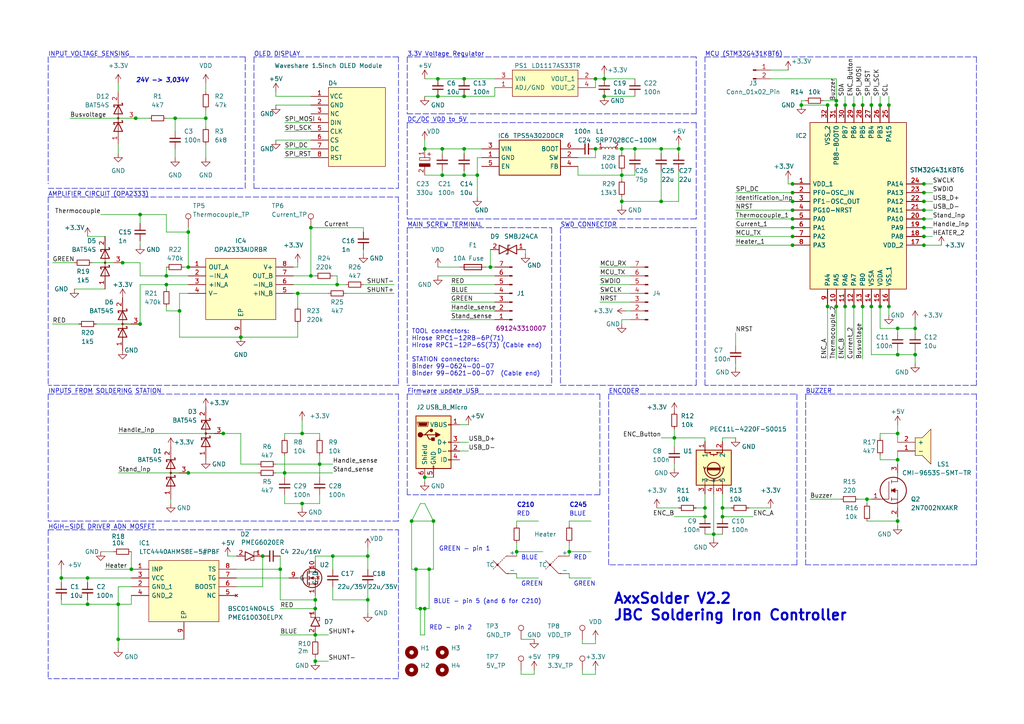
<source format=kicad_sch>
(kicad_sch (version 20230121) (generator eeschema)
  (paper "A4")
  (junction (at 123.19 176.53))
  (junction (at 24.13 275.59))
  (junction (at 81.28 165.1))
  (junction (at 260.35 151.13))
  (junction (at 204.47 149.86))
  (junction (at 229.87 63.5))
  (junction (at 41.91 231.14))
  (junction (at 97.79 278.13))
  (junction (at 49.53 234.95))
  (junction (at 46.99 298.45))
  (junction (at 82.55 137.16))
  (junction (at 69.85 97.79))
  (junction (at 54.61 137.16))
  (junction (at 195.58 127))
  (junction (at 267.97 58.42))
  (junction (at 245.11 30.48))
  (junction (at 86.36 85.09))
  (junction (at 91.44 176.53))
  (junction (at 267.97 55.88))
  (junction (at 127 22.86))
  (junction (at 209.55 147.32))
  (junction (at 191.77 58.42))
  (junction (at 267.97 63.5))
  (junction (at 40.64 93.98))
  (junction (at 87.63 265.43))
  (junction (at 260.35 102.87))
  (junction (at 17.78 167.64))
  (junction (at 106.68 161.29))
  (junction (at 134.62 43.18))
  (junction (at 138.43 50.8))
  (junction (at 267.97 60.96))
  (junction (at 255.27 30.48))
  (junction (at 267.97 68.58))
  (junction (at 204.47 147.32))
  (junction (at 50.8 34.29))
  (junction (at 250.19 88.9))
  (junction (at 245.11 88.9))
  (junction (at 184.15 43.18))
  (junction (at 52.07 298.45))
  (junction (at 87.63 125.73))
  (junction (at 260.35 95.25))
  (junction (at 22.86 304.8))
  (junction (at 265.43 95.25))
  (junction (at 149.86 160.02))
  (junction (at 240.03 88.9))
  (junction (at 232.41 30.48))
  (junction (at 142.24 77.47))
  (junction (at 119.38 151.13))
  (junction (at 50.8 231.14))
  (junction (at 257.81 30.48))
  (junction (at 240.03 30.48))
  (junction (at 267.97 53.34))
  (junction (at 267.97 66.04))
  (junction (at 50.8 228.6))
  (junction (at 97.79 82.55))
  (junction (at 39.37 34.29))
  (junction (at 125.73 151.13))
  (junction (at 24.13 267.97))
  (junction (at 120.65 165.1))
  (junction (at 207.01 154.94))
  (junction (at 48.26 80.01))
  (junction (at 27.94 302.26))
  (junction (at 128.27 43.18))
  (junction (at 134.62 27.94))
  (junction (at 229.87 58.42))
  (junction (at 260.35 133.35))
  (junction (at 229.87 71.12))
  (junction (at 229.87 68.58))
  (junction (at 35.56 76.2))
  (junction (at 134.62 22.86))
  (junction (at 34.29 185.42))
  (junction (at 91.44 173.99))
  (junction (at 247.65 30.48))
  (junction (at 172.72 22.86))
  (junction (at 209.55 149.86))
  (junction (at 90.17 80.01))
  (junction (at 26.67 231.14))
  (junction (at 267.97 71.12))
  (junction (at 229.87 60.96))
  (junction (at -25.4 256.54))
  (junction (at 92.71 134.62))
  (junction (at 76.2 161.29))
  (junction (at 172.72 43.18))
  (junction (at 123.19 43.18))
  (junction (at -19.05 267.97))
  (junction (at 260.35 125.73))
  (junction (at 59.69 34.29))
  (junction (at 54.61 77.47))
  (junction (at 106.68 173.99))
  (junction (at 257.81 88.9))
  (junction (at 123.19 138.43))
  (junction (at 34.29 175.26))
  (junction (at 265.43 102.87))
  (junction (at 25.4 292.1))
  (junction (at 229.87 66.04))
  (junction (at 242.57 88.9))
  (junction (at 242.57 30.48))
  (junction (at 250.19 30.48))
  (junction (at 128.27 50.8))
  (junction (at 251.46 144.78))
  (junction (at 255.27 88.9))
  (junction (at 91.44 184.15))
  (junction (at 121.92 176.53))
  (junction (at 191.77 43.18))
  (junction (at 134.62 50.8))
  (junction (at 26.67 247.65))
  (junction (at 180.34 58.42))
  (junction (at 196.85 43.18))
  (junction (at 52.07 90.17))
  (junction (at 77.47 274.32))
  (junction (at 25.4 175.26))
  (junction (at 180.34 50.8))
  (junction (at 165.1 160.02))
  (junction (at 87.63 146.05))
  (junction (at 16.51 275.59))
  (junction (at 90.17 66.04))
  (junction (at 242.57 29.21))
  (junction (at 54.61 67.31))
  (junction (at 64.77 125.73))
  (junction (at 180.34 43.18))
  (junction (at 25.4 167.64))
  (junction (at -25.4 254))
  (junction (at 21.59 247.65))
  (junction (at 91.44 191.77))
  (junction (at 11.43 254))
  (junction (at 11.43 256.54))
  (junction (at 252.73 30.48))
  (junction (at 229.87 55.88))
  (junction (at 124.46 165.1))
  (junction (at 39.37 243.84))
  (junction (at 96.52 161.29))
  (junction (at 175.26 22.86))
  (junction (at 127 27.94))
  (junction (at 77.47 270.51))
  (junction (at 175.26 27.94))
  (junction (at 48.26 82.55))
  (junction (at 21.59 231.14))
  (junction (at 247.65 88.9))
  (junction (at 40.64 62.23))
  (junction (at 229.87 53.34))
  (junction (at 252.73 88.9))
  (junction (at 38.1 165.1))
  (junction (at 10.16 236.22))
  (wire (pts (xy 167.64 50.8) (xy 180.34 50.8)))
  (wire (pts (xy 50.8 228.6) (xy 50.8 231.14)))
  (wire (pts (xy 27.94 302.26) (xy 39.37 302.26)))
  (polyline (pts (xy 233.68 114.3) (xy 283.21 114.3)) (stroke (width 0) (type dash)))
  (wire (pts (xy 52.07 85.09) (xy 54.61 85.09)))
  (wire (pts (xy 96.52 170.18) (xy 96.52 173.99)))
  (polyline (pts (xy 13.97 153.67) (xy 115.57 153.67)) (stroke (width 0) (type dash)))
  (wire (pts (xy 121.92 176.53) (xy 121.92 184.15)))
  (wire (pts (xy 80.01 134.62) (xy 92.71 134.62)))
  (wire (pts (xy 255.27 132.08) (xy 255.27 133.35)))
  (wire (pts (xy 165.1 167.64) (xy 165.1 166.37)))
  (wire (pts (xy 69.85 134.62) (xy 69.85 125.73)))
  (wire (pts (xy 68.58 167.64) (xy 83.82 167.64)))
  (wire (pts (xy 106.68 173.99) (xy 106.68 177.8)))
  (wire (pts (xy 217.17 147.32) (xy 223.52 147.32)))
  (wire (pts (xy 124.46 165.1) (xy 124.46 176.53)))
  (wire (pts (xy 59.69 34.29) (xy 59.69 36.83)))
  (wire (pts (xy 85.09 82.55) (xy 97.79 82.55)))
  (polyline (pts (xy 118.11 114.3) (xy 118.11 143.51)) (stroke (width 0) (type dash)))
  (wire (pts (xy 17.78 175.26) (xy 17.78 173.99)))
  (wire (pts (xy 204.47 147.32) (xy 201.93 147.32)))
  (wire (pts (xy 82.55 45.72) (xy 90.17 45.72)))
  (wire (pts (xy 105.41 73.66) (xy 105.41 72.39)))
  (polyline (pts (xy 201.93 66.04) (xy 162.56 66.04)) (stroke (width 0) (type dash)))
  (wire (pts (xy 40.64 76.2) (xy 40.64 80.01)))
  (wire (pts (xy 57.15 234.95) (xy 49.53 234.95)))
  (wire (pts (xy 130.81 90.17) (xy 143.51 90.17)))
  (wire (pts (xy 209.55 149.86) (xy 209.55 147.32)))
  (wire (pts (xy 267.97 63.5) (xy 270.51 63.5)))
  (wire (pts (xy 267.97 71.12) (xy 273.05 71.12)))
  (wire (pts (xy 44.45 293.37) (xy 97.79 293.37)))
  (wire (pts (xy 46.99 298.45) (xy 46.99 306.07)))
  (wire (pts (xy 138.43 45.72) (xy 139.7 45.72)))
  (polyline (pts (xy 115.57 54.61) (xy 115.57 16.51)) (stroke (width 0) (type dash)))
  (wire (pts (xy 209.55 143.256) (xy 209.55 147.32)))
  (wire (pts (xy 49.53 241.3) (xy 49.53 246.38)))
  (wire (pts (xy 40.64 93.98) (xy 40.64 82.55)))
  (wire (pts (xy 48.26 34.29) (xy 50.8 34.29)))
  (wire (pts (xy 120.65 165.1) (xy 124.46 165.1)))
  (wire (pts (xy 168.91 194.31) (xy 168.91 195.58)))
  (wire (pts (xy 133.35 123.19) (xy 135.89 123.19)))
  (wire (pts (xy 86.36 88.9) (xy 86.36 85.09)))
  (wire (pts (xy 80.01 27.94) (xy 80.01 26.67)))
  (wire (pts (xy 128.27 49.53) (xy 128.27 50.8)))
  (wire (pts (xy 38.1 175.26) (xy 38.1 172.72)))
  (wire (pts (xy 267.97 58.42) (xy 270.51 58.42)))
  (wire (pts (xy 48.26 82.55) (xy 48.26 83.82)))
  (wire (pts (xy -25.4 256.54) (xy -25.4 259.08)))
  (wire (pts (xy 265.43 92.71) (xy 265.43 95.25)))
  (wire (pts (xy -29.21 267.97) (xy -19.05 267.97)))
  (wire (pts (xy -22.86 251.46) (xy -25.4 251.46)))
  (wire (pts (xy 106.68 165.1) (xy 106.68 161.29)))
  (wire (pts (xy 260.35 149.86) (xy 260.35 151.13)))
  (wire (pts (xy 25.4 167.64) (xy 38.1 167.64)))
  (polyline (pts (xy 71.12 16.51) (xy 13.97 16.51)) (stroke (width 0) (type dash)))
  (wire (pts (xy 26.67 265.43) (xy 24.13 265.43)))
  (wire (pts (xy 134.62 27.94) (xy 143.51 27.94)))
  (polyline (pts (xy 118.11 35.56) (xy 118.11 63.5)) (stroke (width 0) (type dash)))
  (wire (pts (xy -25.4 251.46) (xy -25.4 254)))
  (polyline (pts (xy 176.53 163.83) (xy 176.53 114.3)) (stroke (width 0) (type dash)))
  (wire (pts (xy 34.29 185.42) (xy 53.34 185.42)))
  (wire (pts (xy 77.47 270.51) (xy 80.01 270.51)))
  (wire (pts (xy 180.34 59.69) (xy 180.34 58.42)))
  (wire (pts (xy 267.97 66.04) (xy 270.51 66.04)))
  (wire (pts (xy 191.77 44.45) (xy 191.77 43.18)))
  (wire (pts (xy 80.01 278.13) (xy 77.47 278.13)))
  (wire (pts (xy 195.58 149.86) (xy 204.47 149.86)))
  (wire (pts (xy 41.91 231.14) (xy 50.8 231.14)))
  (wire (pts (xy 40.64 69.85) (xy 40.64 71.12)))
  (wire (pts (xy 172.72 22.86) (xy 172.72 25.4)))
  (polyline (pts (xy 13.97 57.15) (xy 115.57 57.15)) (stroke (width 0) (type dash)))
  (wire (pts (xy 48.26 90.17) (xy 52.07 90.17)))
  (wire (pts (xy 173.99 87.63) (xy 182.88 87.63)))
  (wire (pts (xy 27.94 302.26) (xy 27.94 300.99)))
  (wire (pts (xy 123.19 184.15) (xy 121.92 184.15)))
  (wire (pts (xy 77.47 278.13) (xy 77.47 274.32)))
  (wire (pts (xy 119.38 151.13) (xy 125.73 151.13)))
  (wire (pts (xy 267.97 53.34) (xy 270.51 53.34)))
  (wire (pts (xy 247.65 88.9) (xy 247.65 104.14)))
  (wire (pts (xy 59.69 41.91) (xy 59.69 45.72)))
  (polyline (pts (xy 201.93 111.76) (xy 201.93 66.04)) (stroke (width 0) (type dash)))
  (wire (pts (xy 260.35 123.19) (xy 260.35 125.73)))
  (wire (pts (xy 39.37 290.83) (xy 39.37 302.26)))
  (wire (pts (xy 120.65 165.1) (xy 119.38 165.1)))
  (wire (pts (xy 240.03 88.9) (xy 240.03 104.14)))
  (wire (pts (xy 52.07 90.17) (xy 52.07 85.09)))
  (wire (pts (xy 165.1 151.13) (xy 165.1 152.4)))
  (wire (pts (xy 24.13 275.59) (xy 16.51 275.59)))
  (wire (pts (xy 133.35 128.27) (xy 135.89 128.27)))
  (wire (pts (xy 120.65 165.1) (xy 120.65 176.53)))
  (wire (pts (xy 207.01 154.94) (xy 207.01 156.21)))
  (wire (pts (xy 255.27 95.25) (xy 255.27 88.9)))
  (wire (pts (xy 97.79 293.37) (xy 97.79 284.48)))
  (wire (pts (xy 134.62 49.53) (xy 134.62 50.8)))
  (wire (pts (xy 20.32 34.29) (xy 39.37 34.29)))
  (wire (pts (xy 149.86 151.13) (xy 149.86 152.4)))
  (wire (pts (xy 134.62 43.18) (xy 139.7 43.18)))
  (wire (pts (xy 195.58 127) (xy 204.47 127)))
  (wire (pts (xy 24.13 273.05) (xy 24.13 275.59)))
  (polyline (pts (xy 118.11 66.04) (xy 118.11 111.76)) (stroke (width 0) (type dash)))
  (polyline (pts (xy 115.57 57.15) (xy 115.57 111.76)) (stroke (width 0) (type dash)))
  (wire (pts (xy 156.21 167.64) (xy 149.86 167.64)))
  (wire (pts (xy 7.62 251.46) (xy 11.43 251.46)))
  (wire (pts (xy 172.72 194.31) (xy 172.72 195.58)))
  (wire (pts (xy 85.09 80.01) (xy 90.17 80.01)))
  (wire (pts (xy 81.28 165.1) (xy 81.28 161.29)))
  (wire (pts (xy 27.94 292.1) (xy 25.4 292.1)))
  (wire (pts (xy 134.62 22.86) (xy 143.51 22.86)))
  (polyline (pts (xy 13.97 16.51) (xy 13.97 53.34)) (stroke (width 0) (type dash)))
  (wire (pts (xy 165.1 157.48) (xy 165.1 160.02)))
  (wire (pts (xy 11.43 254) (xy 11.43 256.54)))
  (wire (pts (xy 260.35 95.25) (xy 255.27 95.25)))
  (wire (pts (xy 252.73 102.87) (xy 260.35 102.87)))
  (wire (pts (xy 16.51 241.3) (xy 16.51 275.59)))
  (wire (pts (xy 260.35 101.6) (xy 260.35 102.87)))
  (wire (pts (xy 123.19 43.18) (xy 128.27 43.18)))
  (wire (pts (xy 257.81 91.44) (xy 257.81 88.9)))
  (polyline (pts (xy 231.14 114.3) (xy 231.14 163.83)) (stroke (width 0) (type dash)))
  (wire (pts (xy -25.4 254) (xy -25.4 256.54)))
  (wire (pts (xy 125.73 151.13) (xy 125.73 165.1)))
  (wire (pts (xy 260.35 151.13) (xy 260.35 152.4)))
  (wire (pts (xy 250.19 88.9) (xy 250.19 104.14)))
  (wire (pts (xy 26.67 278.13) (xy 26.67 280.67)))
  (wire (pts (xy 91.44 161.29) (xy 91.44 162.56)))
  (wire (pts (xy 91.44 172.72) (xy 91.44 173.99)))
  (wire (pts (xy 22.86 292.1) (xy 22.86 295.91)))
  (wire (pts (xy 85.09 270.51) (xy 87.63 270.51)))
  (wire (pts (xy 127 22.86) (xy 134.62 22.86)))
  (wire (pts (xy 173.99 85.09) (xy 182.88 85.09)))
  (wire (pts (xy 138.43 50.8) (xy 138.43 45.72)))
  (wire (pts (xy 168.91 195.58) (xy 172.72 195.58)))
  (wire (pts (xy 69.85 134.62) (xy 74.93 134.62)))
  (wire (pts (xy 90.17 66.04) (xy 90.17 80.01)))
  (wire (pts (xy 25.4 292.1) (xy 22.86 292.1)))
  (wire (pts (xy 25.4 167.64) (xy 25.4 168.91)))
  (wire (pts (xy 184.15 43.18) (xy 191.77 43.18)))
  (wire (pts (xy 251.46 151.13) (xy 260.35 151.13)))
  (wire (pts (xy 138.43 57.15) (xy 138.43 50.8)))
  (wire (pts (xy 191.77 43.18) (xy 196.85 43.18)))
  (wire (pts (xy 143.51 27.94) (xy 143.51 25.4)))
  (wire (pts (xy 26.67 247.65) (xy 21.59 247.65)))
  (wire (pts (xy 74.93 231.14) (xy 82.55 231.14)))
  (wire (pts (xy 196.85 58.42) (xy 191.77 58.42)))
  (wire (pts (xy -19.05 283.21) (xy -19.05 267.97)))
  (polyline (pts (xy 231.14 163.83) (xy 176.53 163.83)) (stroke (width 0) (type dash)))
  (wire (pts (xy 49.53 236.22) (xy 49.53 234.95)))
  (polyline (pts (xy 118.11 33.02) (xy 201.93 33.02)) (stroke (width 0) (type dash)))
  (wire (pts (xy 7.62 236.22) (xy 10.16 236.22)))
  (wire (pts (xy 260.35 133.35) (xy 260.35 134.62)))
  (wire (pts (xy 142.24 72.39) (xy 142.24 77.47)))
  (wire (pts (xy 81.28 176.53) (xy 91.44 176.53)))
  (wire (pts (xy 228.6 52.07) (xy 228.6 53.34)))
  (wire (pts (xy 255.27 133.35) (xy 260.35 133.35)))
  (wire (pts (xy 44.45 241.3) (xy 44.45 246.38)))
  (wire (pts (xy 66.04 161.29) (xy 68.58 161.29)))
  (polyline (pts (xy 283.21 163.83) (xy 233.68 163.83)) (stroke (width 0) (type dash)))
  (wire (pts (xy 213.36 96.52) (xy 213.36 100.33)))
  (wire (pts (xy 173.99 82.55) (xy 182.88 82.55)))
  (wire (pts (xy 90.17 66.04) (xy 105.41 66.04)))
  (wire (pts (xy 121.92 176.53) (xy 120.65 176.53)))
  (wire (pts (xy 90.17 30.48) (xy 80.01 30.48)))
  (wire (pts (xy 180.34 50.8) (xy 180.34 49.53)))
  (wire (pts (xy 25.4 175.26) (xy 25.4 173.99)))
  (wire (pts (xy 77.47 270.51) (xy 77.47 274.32)))
  (wire (pts (xy 24.13 265.43) (xy 24.13 267.97)))
  (wire (pts (xy 48.26 77.47) (xy 48.26 80.01)))
  (wire (pts (xy -19.05 267.97) (xy 24.13 267.97)))
  (polyline (pts (xy 115.57 111.76) (xy 13.97 111.76)) (stroke (width 0) (type dash)))
  (wire (pts (xy 114.3 85.09) (xy 100.33 85.09)))
  (polyline (pts (xy 115.57 16.51) (xy 73.66 16.51)) (stroke (width 0) (type dash)))
  (wire (pts (xy 173.99 77.47) (xy 182.88 77.47)))
  (wire (pts (xy 59.69 24.13) (xy 59.69 26.67)))
  (wire (pts (xy 180.34 43.18) (xy 184.15 43.18)))
  (wire (pts (xy 52.07 290.83) (xy 52.07 298.45)))
  (wire (pts (xy 91.44 173.99) (xy 91.44 176.53)))
  (wire (pts (xy 182.88 90.17) (xy 181.61 90.17)))
  (polyline (pts (xy 160.02 66.04) (xy 160.02 111.76)) (stroke (width 0) (type dash)))
  (wire (pts (xy 213.36 55.88) (xy 229.87 55.88)))
  (wire (pts (xy 97.79 276.86) (xy 97.79 278.13)))
  (wire (pts (xy 213.36 60.96) (xy 229.87 60.96)))
  (wire (pts (xy 260.35 95.25) (xy 260.35 96.52)))
  (polyline (pts (xy 115.57 153.67) (xy 115.57 196.85)) (stroke (width 0) (type dash)))
  (wire (pts (xy 267.97 68.58) (xy 270.51 68.58)))
  (wire (pts (xy 123.19 146.05) (xy 125.73 151.13)))
  (wire (pts (xy 168.91 185.42) (xy 168.91 186.69)))
  (wire (pts (xy 180.34 52.07) (xy 180.34 50.8)))
  (wire (pts (xy 130.81 82.55) (xy 143.51 82.55)))
  (wire (pts (xy 86.36 77.47) (xy 85.09 77.47)))
  (wire (pts (xy 209.55 149.86) (xy 218.44 149.86)))
  (wire (pts (xy 267.97 55.88) (xy 270.51 55.88)))
  (wire (pts (xy 172.72 43.18) (xy 172.72 45.72)))
  (wire (pts (xy 82.55 146.05) (xy 87.63 146.05)))
  (wire (pts (xy 82.55 125.73) (xy 87.63 125.73)))
  (wire (pts (xy 68.58 278.13) (xy 68.58 298.45)))
  (polyline (pts (xy 73.66 54.61) (xy 115.57 54.61)) (stroke (width 0) (type dash)))
  (wire (pts (xy 26.67 273.05) (xy 24.13 273.05)))
  (wire (pts (xy 232.41 30.48) (xy 240.03 30.48)))
  (wire (pts (xy 245.11 27.94) (xy 245.11 30.48)))
  (wire (pts (xy 172.72 43.18) (xy 173.99 43.18)))
  (wire (pts (xy 247.65 27.94) (xy 247.65 30.48)))
  (wire (pts (xy 140.97 77.47) (xy 142.24 77.47)))
  (wire (pts (xy 267.97 60.96) (xy 270.51 60.96)))
  (wire (pts (xy 49.53 146.05) (xy 49.53 144.78)))
  (wire (pts (xy 68.58 298.45) (xy 52.07 298.45)))
  (wire (pts (xy 165.1 160.02) (xy 171.45 160.02)))
  (wire (pts (xy 119.38 165.1) (xy 119.38 151.13)))
  (wire (pts (xy 195.58 129.54) (xy 195.58 127)))
  (wire (pts (xy 80.01 40.64) (xy 90.17 40.64)))
  (wire (pts (xy 165.1 160.02) (xy 165.1 161.29)))
  (wire (pts (xy 191.77 49.53) (xy 191.77 58.42)))
  (wire (pts (xy 81.28 165.1) (xy 81.28 173.99)))
  (wire (pts (xy 30.48 68.58) (xy 25.4 68.58)))
  (wire (pts (xy 97.79 278.13) (xy 93.98 278.13)))
  (wire (pts (xy 149.86 160.02) (xy 149.86 161.29)))
  (wire (pts (xy 123.19 176.53) (xy 123.19 184.15)))
  (wire (pts (xy 69.85 97.79) (xy 52.07 97.79)))
  (wire (pts (xy 265.43 105.41) (xy 265.43 102.87)))
  (wire (pts (xy 10.16 231.14) (xy 10.16 236.22)))
  (wire (pts (xy -22.86 256.54) (xy -25.4 256.54)))
  (wire (pts (xy 191.77 127) (xy 195.58 127)))
  (polyline (pts (xy 115.57 151.13) (xy 13.97 151.13)) (stroke (width 0) (type dash)))
  (wire (pts (xy 260.35 102.87) (xy 265.43 102.87)))
  (wire (pts (xy 265.43 102.87) (xy 265.43 101.6)))
  (wire (pts (xy 41.91 304.8) (xy 22.86 304.8)))
  (wire (pts (xy 134.62 50.8) (xy 138.43 50.8)))
  (wire (pts (xy 46.99 246.38) (xy 46.99 243.84)))
  (wire (pts (xy 168.91 186.69) (xy 172.72 186.69)))
  (wire (pts (xy 255.27 27.94) (xy 255.27 30.48)))
  (wire (pts (xy -29.21 241.3) (xy -22.86 241.3)))
  (wire (pts (xy 151.13 195.58) (xy 154.94 195.58)))
  (polyline (pts (xy 176.53 114.3) (xy 187.96 114.3)) (stroke (width 0) (type dash)))
  (wire (pts (xy 180.34 50.8) (xy 184.15 50.8)))
  (wire (pts (xy 76.2 170.18) (xy 68.58 170.18)))
  (wire (pts (xy 50.8 34.29) (xy 50.8 38.1)))
  (wire (pts (xy 213.36 66.04) (xy 229.87 66.04)))
  (wire (pts (xy 96.52 80.01) (xy 97.79 80.01)))
  (wire (pts (xy 92.71 127) (xy 92.71 125.73)))
  (wire (pts (xy 204.47 143.256) (xy 204.47 147.32)))
  (wire (pts (xy 86.36 93.98) (xy 86.36 97.79)))
  (wire (pts (xy 11.43 251.46) (xy 11.43 254)))
  (wire (pts (xy 38.1 175.26) (xy 34.29 175.26)))
  (wire (pts (xy 90.17 27.94) (xy 80.01 27.94)))
  (wire (pts (xy 213.36 58.42) (xy 229.87 58.42)))
  (wire (pts (xy 57.15 237.49) (xy 57.15 234.95)))
  (polyline (pts (xy 162.56 66.04) (xy 162.56 111.76)) (stroke (width 0) (type dash)))
  (wire (pts (xy 48.26 80.01) (xy 54.61 80.01)))
  (wire (pts (xy 82.55 143.51) (xy 82.55 146.05)))
  (wire (pts (xy 184.15 50.8) (xy 184.15 49.53)))
  (wire (pts (xy 52.07 90.17) (xy 52.07 97.79)))
  (wire (pts (xy 123.19 27.94) (xy 127 27.94)))
  (polyline (pts (xy 201.93 63.5) (xy 118.11 63.5)) (stroke (width 0) (type dash)))
  (wire (pts (xy 207.01 154.94) (xy 209.55 154.94)))
  (wire (pts (xy 20.32 280.67) (xy 19.05 280.67)))
  (wire (pts (xy 34.29 24.13) (xy 34.29 26.67)))
  (wire (pts (xy 209.55 127) (xy 213.36 127)))
  (wire (pts (xy 27.94 93.98) (xy 40.64 93.98)))
  (wire (pts (xy 106.68 173.99) (xy 106.68 170.18)))
  (wire (pts (xy 123.19 138.43) (xy 125.73 138.43)))
  (wire (pts (xy 85.09 278.13) (xy 88.9 278.13)))
  (wire (pts (xy 26.67 231.14) (xy 21.59 231.14)))
  (polyline (pts (xy 283.21 111.76) (xy 204.47 111.76)) (stroke (width 0) (type dash)))
  (wire (pts (xy 34.29 41.91) (xy 34.29 44.45)))
  (wire (pts (xy 87.63 146.05) (xy 87.63 147.32)))
  (polyline (pts (xy 13.97 114.3) (xy 13.97 151.13)) (stroke (width 0) (type dash)))
  (wire (pts (xy 25.4 175.26) (xy 34.29 175.26)))
  (wire (pts (xy -29.21 267.97) (xy -29.21 241.3)))
  (wire (pts (xy 82.55 137.16) (xy 82.55 138.43)))
  (wire (pts (xy 255.27 125.73) (xy 255.27 127)))
  (wire (pts (xy 167.64 50.8) (xy 167.64 48.26)))
  (wire (pts (xy 123.19 40.64) (xy 123.19 43.18)))
  (wire (pts (xy 91.44 161.29) (xy 96.52 161.29)))
  (wire (pts (xy 73.66 226.06) (xy 76.2 226.06)))
  (wire (pts (xy 130.81 92.71) (xy 143.51 92.71)))
  (wire (pts (xy 134.62 43.18) (xy 134.62 44.45)))
  (wire (pts (xy 20.32 281.94) (xy 20.32 280.67)))
  (wire (pts (xy 128.27 43.18) (xy 128.27 44.45)))
  (polyline (pts (xy 173.99 143.51) (xy 118.11 143.51)) (stroke (width 0) (type dash)))
  (wire (pts (xy 154.94 194.31) (xy 154.94 195.58)))
  (wire (pts (xy 35.56 76.2) (xy 40.64 76.2)))
  (wire (pts (xy 196.85 41.91) (xy 196.85 43.18)))
  (wire (pts (xy 179.07 43.18) (xy 180.34 43.18)))
  (wire (pts (xy 213.36 71.12) (xy 229.87 71.12)))
  (wire (pts (xy 156.21 151.13) (xy 149.86 151.13)))
  (wire (pts (xy 80.01 137.16) (xy 82.55 137.16)))
  (wire (pts (xy 207.01 143.256) (xy 207.01 154.94)))
  (wire (pts (xy 260.35 130.81) (xy 260.35 133.35)))
  (wire (pts (xy 265.43 95.25) (xy 265.43 96.52)))
  (polyline (pts (xy 283.21 110.49) (xy 283.21 111.76)) (stroke (width 0) (type dash)))
  (wire (pts (xy 34.29 170.18) (xy 34.29 175.26)))
  (wire (pts (xy 40.64 62.23) (xy 40.64 64.77)))
  (wire (pts (xy 96.52 173.99) (xy 106.68 173.99)))
  (wire (pts (xy 97.79 278.13) (xy 97.79 279.4)))
  (polyline (pts (xy 13.97 114.3) (xy 115.57 114.3)) (stroke (width 0) (type dash)))
  (wire (pts (xy 213.36 63.5) (xy 229.87 63.5)))
  (wire (pts (xy 41.91 290.83) (xy 41.91 304.8)))
  (wire (pts (xy 82.55 137.16) (xy 82.55 132.08)))
  (wire (pts (xy 81.28 184.15) (xy 91.44 184.15)))
  (wire (pts (xy 59.69 31.75) (xy 59.69 34.29)))
  (wire (pts (xy 82.55 35.56) (xy 90.17 35.56)))
  (wire (pts (xy 76.2 265.43) (xy 87.63 265.43)))
  (wire (pts (xy 29.21 247.65) (xy 26.67 247.65)))
  (wire (pts (xy 26.67 241.3) (xy 26.67 247.65)))
  (wire (pts (xy 252.73 27.94) (xy 252.73 30.48)))
  (polyline (pts (xy 71.12 54.61) (xy 71.12 16.51)) (stroke (width 0) (type dash)))
  (wire (pts (xy 92.71 143.51) (xy 92.71 146.05)))
  (wire (pts (xy 41.91 231.14) (xy 41.91 246.38)))
  (wire (pts (xy 7.62 241.3) (xy 16.51 241.3)))
  (wire (pts (xy 127 77.47) (xy 133.35 77.47)))
  (wire (pts (xy 54.61 66.04) (xy 54.61 67.31)))
  (wire (pts (xy 16.51 304.8) (xy 22.86 304.8)))
  (wire (pts (xy 127 27.94) (xy 134.62 27.94)))
  (wire (pts (xy 16.51 275.59) (xy -16.51 275.59)))
  (wire (pts (xy 34.29 175.26) (xy 34.29 185.42)))
  (wire (pts (xy 73.66 228.6) (xy 74.93 228.6)))
  (wire (pts (xy 74.93 228.6) (xy 74.93 231.14)))
  (wire (pts (xy 44.45 234.95) (xy 44.45 236.22)))
  (wire (pts (xy 48.26 88.9) (xy 48.26 90.17)))
  (wire (pts (xy 34.29 185.42) (xy 34.29 187.96)))
  (wire (pts (xy 171.45 151.13) (xy 165.1 151.13)))
  (wire (pts (xy 130.81 85.09) (xy 143.51 85.09)))
  (wire (pts (xy 24.13 267.97) (xy 26.67 267.97)))
  (wire (pts (xy 64.77 125.73) (xy 69.85 125.73)))
  (wire (pts (xy 223.52 22.86) (xy 242.57 22.86)))
  (wire (pts (xy 96.52 161.29) (xy 106.68 161.29)))
  (wire (pts (xy 67.31 265.43) (xy 71.12 265.43)))
  (wire (pts (xy 48.26 62.23) (xy 48.26 67.31)))
  (wire (pts (xy 26.67 236.22) (xy 26.67 231.14)))
  (polyline (pts (xy 73.66 16.51) (xy 73.66 54.61)) (stroke (width 0) (type dash)))
  (wire (pts (xy 17.78 165.1) (xy 17.78 167.64)))
  (wire (pts (xy 10.16 238.76) (xy 10.16 236.22)))
  (wire (pts (xy 245.11 104.14) (xy 245.11 88.9)))
  (wire (pts (xy 204.47 149.86) (xy 204.47 147.32)))
  (wire (pts (xy 209.55 127) (xy 209.55 128.016)))
  (wire (pts (xy 242.57 88.9) (xy 242.57 104.14)))
  (wire (pts (xy 121.92 176.53) (xy 123.19 176.53)))
  (wire (pts (xy 184.15 44.45) (xy 184.15 43.18)))
  (wire (pts (xy 180.34 93.98) (xy 180.34 92.71)))
  (wire (pts (xy 53.34 77.47) (xy 54.61 77.47)))
  (wire (pts (xy 15.24 93.98) (xy 22.86 93.98)))
  (wire (pts (xy 40.64 82.55) (xy 48.26 82.55)))
  (wire (pts (xy 25.4 290.83) (xy 25.4 292.1)))
  (wire (pts (xy 242.57 30.48) (xy 242.57 29.21)))
  (wire (pts (xy 29.21 160.02) (xy 33.02 160.02)))
  (wire (pts (xy 92.71 125.73) (xy 87.63 125.73)))
  (wire (pts (xy 21.59 246.38) (xy 21.59 247.65)))
  (polyline (pts (xy 115.57 114.3) (xy 115.57 151.13)) (stroke (width 0) (type dash)))
  (wire (pts (xy 39.37 243.84) (xy 39.37 246.38)))
  (wire (pts (xy 106.68 158.75) (xy 106.68 161.29)))
  (wire (pts (xy 149.86 160.02) (xy 157.48 160.02)))
  (polyline (pts (xy 201.93 33.02) (xy 201.93 16.51)) (stroke (width 0) (type dash)))
  (wire (pts (xy 96.52 137.16) (xy 82.55 137.16)))
  (wire (pts (xy 87.63 125.73) (xy 87.63 121.92)))
  (wire (pts (xy 248.92 144.78) (xy 251.46 144.78)))
  (wire (pts (xy 167.64 45.72) (xy 172.72 45.72)))
  (wire (pts (xy 46.99 298.45) (xy 52.07 298.45)))
  (wire (pts (xy 48.26 82.55) (xy 54.61 82.55)))
  (wire (pts (xy 123.19 139.7) (xy 123.19 138.43)))
  (wire (pts (xy 97.79 80.01) (xy 97.79 82.55)))
  (wire (pts (xy 11.43 260.35) (xy 11.43 256.54)))
  (wire (pts (xy 17.78 175.26) (xy 25.4 175.26)))
  (wire (pts (xy 17.78 167.64) (xy 25.4 167.64)))
  (wire (pts (xy 173.99 80.01) (xy 182.88 80.01)))
  (wire (pts (xy 40.64 80.01) (xy 48.26 80.01)))
  (polyline (pts (xy 118.11 66.04) (xy 160.02 66.04)) (stroke (width 0) (type dash)))
  (wire (pts (xy 105.41 66.04) (xy 105.41 67.31)))
  (wire (pts (xy 121.92 146.05) (xy 123.19 146.05)))
  (wire (pts (xy 123.19 50.8) (xy 128.27 50.8)))
  (wire (pts (xy 95.25 85.09) (xy 86.36 85.09)))
  (wire (pts (xy 87.63 265.43) (xy 90.17 265.43)))
  (wire (pts (xy 251.46 144.78) (xy 251.46 146.05)))
  (wire (pts (xy 96.52 161.29) (xy 96.52 165.1)))
  (polyline (pts (xy 187.96 114.3) (xy 231.14 114.3)) (stroke (width 0) (type dash)))
  (wire (pts (xy 228.6 53.34) (xy 229.87 53.34)))
  (wire (pts (xy 91.44 191.77) (xy 95.25 191.77)))
  (polyline (pts (xy 13.97 54.61) (xy 71.12 54.61)) (stroke (width 0) (type dash)))
  (wire (pts (xy 40.64 62.23) (xy 48.26 62.23)))
  (wire (pts (xy 223.52 20.32) (xy 228.6 20.32)))
  (wire (pts (xy 48.26 67.31) (xy 54.61 67.31)))
  (wire (pts (xy 149.86 167.64) (xy 149.86 166.37)))
  (wire (pts (xy 242.57 29.21) (xy 238.76 29.21)))
  (wire (pts (xy 50.8 34.29) (xy 59.69 34.29)))
  (wire (pts (xy 92.71 134.62) (xy 92.71 132.08)))
  (wire (pts (xy 44.45 290.83) (xy 44.45 293.37)))
  (wire (pts (xy 76.2 270.51) (xy 77.47 270.51)))
  (wire (pts (xy 151.13 194.31) (xy 151.13 195.58)))
  (wire (pts (xy 21.59 247.65) (xy 21.59 248.92)))
  (wire (pts (xy 260.35 125.73) (xy 260.35 128.27)))
  (polyline (pts (xy 118.11 35.56) (xy 201.93 35.56)) (stroke (width 0) (type dash)))
  (wire (pts (xy 76.2 161.29) (xy 76.2 170.18)))
  (wire (pts (xy 128.27 43.18) (xy 134.62 43.18)))
  (wire (pts (xy 85.09 85.09) (xy 86.36 85.09)))
  (wire (pts (xy 204.47 127) (xy 204.47 128.016)))
  (wire (pts (xy 252.73 88.9) (xy 252.73 102.87)))
  (wire (pts (xy 105.41 82.55) (xy 114.3 82.55)))
  (wire (pts (xy 180.34 92.71) (xy 182.88 92.71)))
  (wire (pts (xy 21.59 231.14) (xy 10.16 231.14)))
  (wire (pts (xy 50.8 226.06) (xy 50.8 228.6)))
  (wire (pts (xy 130.81 87.63) (xy 143.51 87.63)))
  (wire (pts (xy 180.34 58.42) (xy 180.34 57.15)))
  (wire (pts (xy 171.45 167.64) (xy 165.1 167.64)))
  (wire (pts (xy 87.63 146.05) (xy 92.71 146.05)))
  (wire (pts (xy 81.28 173.99) (xy 91.44 173.99)))
  (wire (pts (xy 49.53 234.95) (xy 44.45 234.95)))
  (wire (pts (xy 29.21 62.23) (xy 40.64 62.23)))
  (wire (pts (xy 39.37 34.29) (xy 43.18 34.29)))
  (wire (pts (xy 213.36 106.68) (xy 213.36 105.41)))
  (wire (pts (xy 50.8 43.18) (xy 50.8 45.72)))
  (wire (pts (xy 38.1 165.1) (xy 30.48 165.1)))
  (wire (pts (xy 234.95 144.78) (xy 243.84 144.78)))
  (wire (pts (xy 149.86 157.48) (xy 149.86 160.02)))
  (wire (pts (xy 54.61 67.31) (xy 54.61 77.47)))
  (wire (pts (xy 242.57 22.86) (xy 242.57 29.21)))
  (polyline (pts (xy 283.21 16.51) (xy 283.21 110.49)) (stroke (width 0) (type dash)))
  (polyline (pts (xy 115.57 196.85) (xy 13.97 196.85)) (stroke (width 0) (type dash)))
  (wire (pts (xy 26.67 231.14) (xy 41.91 231.14)))
  (wire (pts (xy 82.55 127) (xy 82.55 125.73)))
  (wire (pts (xy 34.29 170.18) (xy 38.1 170.18)))
  (wire (pts (xy 46.99 243.84) (xy 39.37 243.84)))
  (wire (pts (xy 90.17 80.01) (xy 91.44 80.01)))
  (wire (pts (xy 175.26 22.86) (xy 184.15 22.86)))
  (wire (pts (xy 196.85 44.45) (xy 196.85 43.18)))
  (wire (pts (xy -25.4 254) (xy -22.86 254)))
  (wire (pts (xy 123.19 22.86) (xy 127 22.86)))
  (wire (pts (xy 78.74 274.32) (xy 77.47 274.32)))
  (wire (pts (xy 119.38 151.13) (xy 121.92 146.05)))
  (wire (pts (xy 82.55 38.1) (xy 90.17 38.1)))
  (wire (pts (xy 180.34 44.45) (xy 180.34 43.18)))
  (wire (pts (xy 15.24 76.2) (xy 21.59 76.2)))
  (wire (pts (xy 125.73 165.1) (xy 124.46 165.1)))
  (wire (pts (xy 92.71 134.62) (xy 92.71 138.43)))
  (wire (pts (xy 251.46 144.78) (xy 252.73 144.78)))
  (wire (pts (xy 91.44 185.42) (xy 91.44 184.15)))
  (wire (pts (xy 86.36 76.2) (xy 86.36 77.47)))
  (wire (pts (xy 54.61 137.16) (xy 74.93 137.16)))
  (wire (pts (xy 96.52 134.62) (xy 92.71 134.62)))
  (wire (pts (xy 16.51 302.26) (xy 27.94 302.26)))
  (wire (pts (xy 232.41 29.21) (xy 233.68 29.21)))
  (wire (pts (xy 91.44 184.15) (xy 95.25 184.15)))
  (wire (pts (xy 152.4 72.39) (xy 152.4 73.66)))
  (wire (pts (xy 124.46 176.53) (xy 123.19 176.53)))
  (polyline (pts (xy 118.11 16.51) (xy 118.11 33.02)) (stroke (width 0) (type dash)))
  (wire (pts (xy 250.19 27.94) (xy 250.19 30.48)))
  (polyline (pts (xy 201.93 35.56) (xy 201.93 63.5)) (stroke (width 0) (type dash)))
  (wire (pts (xy 29.21 243.84) (xy 29.21 247.65)))
  (wire (pts (xy 17.78 167.64) (xy 17.78 168.91)))
  (wire (pts (xy 213.36 68.58) (xy 229.87 68.58)))
  (polyline (pts (xy 201.93 16.51) (xy 118.11 16.51)) (stroke (width 0) (type dash)))
  (wire (pts (xy 196.85 49.53) (xy 196.85 58.42)))
  (wire (pts (xy 204.47 154.94) (xy 207.01 154.94)))
  (polyline (pts (xy 204.47 16.51) (xy 283.21 16.51)) (stroke (width 0) (type dash)))
  (polyline (pts (xy 160.02 111.76) (xy 118.11 111.76)) (stroke (width 0) (type dash)))
  (wire (pts (xy 232.41 29.21) (xy 232.41 30.48)))
  (polyline (pts (xy 13.97 153.67) (xy 13.97 196.85)) (stroke (width 0) (type dash)))
  (polyline (pts (xy 162.56 111.76) (xy 201.93 111.76)) (stroke (width 0) (type dash)))
  (wire (pts (xy 257.81 27.94) (xy 257.81 30.48)))
  (wire (pts (xy 87.63 270.51) (xy 87.63 265.43)))
  (wire (pts (xy -16.51 283.21) (xy -19.05 283.21)))
  (polyline (pts (xy 173.99 114.3) (xy 173.99 143.51)) (stroke (width 0) (type dash)))
  (wire (pts (xy 82.55 43.18) (xy 90.17 43.18)))
  (wire (pts (xy 172.72 22.86) (xy 175.26 22.86)))
  (wire (pts (xy 11.43 256.54) (xy 7.62 256.54)))
  (wire (pts (xy 34.29 137.16) (xy 54.61 137.16)))
  (wire (pts (xy 7.62 238.76) (xy 10.16 238.76)))
  (wire (pts (xy 46.99 290.83) (xy 46.99 298.45)))
  (polyline (pts (xy 283.21 114.3) (xy 283.21 163.83)) (stroke (width 0) (type dash)))
  (wire (pts (xy 128.27 50.8) (xy 134.62 50.8)))
  (polyline (pts (xy 204.47 111.76) (xy 204.47 16.51)) (stroke (width 0) (type dash)))
  (wire (pts (xy 175.26 22.86) (xy 175.26 21.59)))
  (polyline (pts (xy 118.11 114.3) (xy 173.99 114.3)) (stroke (width 0) (type dash)))
  (wire (pts (xy 7.62 254) (xy 11.43 254)))
  (wire (pts (xy 67.31 270.51) (xy 71.12 270.51)))
  (wire (pts (xy 97.79 82.55) (xy 100.33 82.55)))
  (wire (pts (xy 195.58 135.89) (xy 195.58 134.62)))
  (wire (pts (xy 133.35 130.81) (xy 135.89 130.81)))
  (wire (pts (xy 67.31 278.13) (xy 68.58 278.13)))
  (wire (pts (xy 26.67 76.2) (xy 35.56 76.2)))
  (wire (pts (xy 260.35 95.25) (xy 265.43 95.25)))
  (wire (pts (xy 255.27 125.73) (xy 260.35 125.73)))
  (wire (pts (xy 212.09 147.32) (xy 209.55 147.32)))
  (wire (pts (xy 34.29 125.73) (xy 64.77 125.73)))
  (wire (pts (xy 68.58 165.1) (xy 81.28 165.1)))
  (polyline (pts (xy 233.68 114.3) (xy 233.68 163.83)) (stroke (width 0) (type dash)))
  (wire (pts (xy 22.86 304.8) (xy 22.86 300.99)))
  (wire (pts (xy 86.36 97.79) (xy 69.85 97.79)))
  (wire (pts (xy 24.13 275.59) (xy 26.67 275.59)))
  (wire (pts (xy 175.26 27.94) (xy 184.15 27.94)))
  (wire (pts (xy 27.94 295.91) (xy 27.94 292.1)))
  (wire (pts (xy 190.5 147.32) (xy 196.85 147.32)))
  (wire (pts (xy 172.72 185.42) (xy 172.72 186.69)))
  (wire (pts (xy 38.1 160.02) (xy 38.1 165.1)))
  (wire (pts (xy 21.59 83.82) (xy 30.48 83.82)))
  (wire (pts (xy 195.58 124.46) (xy 195.58 127)))
  (polyline (pts (xy 13.97 57.15) (xy 13.97 111.76)) (stroke (width 0) (type dash)))
  (wire (pts (xy 39.37 243.84) (xy 29.21 243.84)))
  (wire (pts (xy 154.94 185.42) (xy 151.13 185.42)))
  (wire (pts (xy 180.34 58.42) (xy 191.77 58.42)))
  (wire (pts (xy -16.51 275.59) (xy -16.51 280.67)))
  (wire (pts (xy 91.44 190.5) (xy 91.44 191.77)))
  (wire (pts (xy 127 80.01) (xy 143.51 80.01)))
  (wire (pts (xy 142.24 77.47) (xy 143.51 77.47)))
  (text "C210" (at 149.86 147.32 0) (effects (font (size 1.27 1.27) (thickness 0.254) bold) (justify left bottom)))
  (text "Firmware update USB" (at 118.11 114.3 0) (effects (font (size 1.27 1.27)) (justify left bottom)))
  (text "MCU (STM32G431KBT6)" (at 204.47 16.51 0) (effects (font (size 1.27 1.27)) (justify left bottom)))
  (text "C245" (at 165.1 147.32 0) (effects (font (size 1.27 1.27) (thickness 0.254) bold) (justify left bottom)))
  (text "GREEN - pin 1" (at 142.24 160.02 0) (effects (font (size 1.27 1.27)) (justify right bottom)))
  (text "MAIN SCREW TERMINAL" (at 118.11 66.04 0) (effects (font (size 1.27 1.27)) (justify left bottom)))
  (text "AMPLIFIER CIRCUIT (OPA2333)" (at 13.97 57.15 0) (effects (font (size 1.27 1.27)) (justify left bottom)))
  (text "24V -> 3,034V" (at 39.37 24.13 0) (effects (font (size 1.27 1.27) (thickness 0.254) bold italic) (justify left bottom)))
  (text "INPUT VOLTAGE SENSING" (at 13.97 16.51 0) (effects (font (size 1.27 1.27)) (justify left bottom)))
  (text "ENCODER" (at 176.53 114.3 0) (effects (font (size 1.27 1.27)) (justify left bottom)))
  (text "SWD CONNECTOR" (at 162.56 66.04 0) (effects (font (size 1.27 1.27)) (justify left bottom)))
  (text "BLUE" (at 151.13 162.56 0) (effects (font (size 1.27 1.27)) (justify left bottom)))
  (text "BLUE - pin 5 (and 6 for C210)" (at 125.73 175.26 0) (effects (font (size 1.27 1.27)) (justify left bottom)))
  (text "GREEN" (at 166.37 170.18 0) (effects (font (size 1.27 1.27)) (justify left bottom)))
  (text "RED\n" (at 149.86 149.86 0) (effects (font (size 1.27 1.27)) (justify left bottom)))
  (text "BLUE" (at 165.1 149.86 0) (effects (font (size 1.27 1.27)) (justify left bottom)))
  (text "BUZZER" (at 233.68 114.3 0) (effects (font (size 1.27 1.27)) (justify left bottom)))
  (text "DC/DC VDD to 5V" (at 118.11 35.56 0) (effects (font (size 1.27 1.27)) (justify left bottom)))
  (text "AxxSolder V2.2\nJBC Soldering Iron Controller" (at 177.8 180.34 0) (effects (font (size 3 3) (thickness 0.6) bold) (justify left bottom)))
  (text "TOOL connectors: \nHirose RPC1-12RB-6P(71) \nHirose RPC1-12P-6S(73) (Cable end)\n\nSTATION connectors:\nBinder 99-0624-00-07\nBinder 99-0621-00-07  (Cable end)" (at 119.38 109.22 0) (effects (font (size 1.27 1.27)) (justify left bottom)))
  (text "GREEN" (at 151.13 170.18 0) (effects (font (size 1.27 1.27)) (justify left bottom)))
  (text "INPUTS FROM SOLDERING STATION" (at 13.97 114.3 0) (effects (font (size 1.27 1.27)) (justify left bottom)))
  (text "HGIH-SIDE DRIVER ADN MOSFET" (at 13.97 153.67 0) (effects (font (size 1.27 1.27)) (justify left bottom)))
  (text "RED - pin 2" (at 124.46 182.88 0) (effects (font (size 1.27 1.27)) (justify left bottom)))
  (text "RED" (at 166.37 162.56 0) (effects (font (size 1.27 1.27)) (justify left bottom)))
  (text "3.3V Voltage Regulator" (at 118.11 16.51 0) (effects (font (size 1.27 1.27)) (justify left bottom)))
  (text "OLED DISPLAY" (at 73.66 16.51 0) (effects (font (size 1.27 1.27)) (justify left bottom)))
  (label "VBUS" (at 90.17 265.43 0))
  (label "Current_2" (at 247.65 104.14 90))
  (label "SPI_DC" (at 213.36 55.88 0))
  (label "ENC_A" (at 240.03 104.14 90))
  (label "USB_D+" (at 135.89 128.27 0))
  (label "SHUNT+" (at 95.25 184.15 0))
  (label "SHUNT-" (at 95.25 191.77 0))
  (label "Stand_inp" (at 34.29 137.16 0))
  (label "Thermocouple_2" (at 242.57 104.14 90))
  (label "Thermocouple" (at 29.21 62.23 180))
  (label "NRST" (at 213.36 60.96 0))
  (label "Busvoltage" (at 250.19 104.14 90))
  (label "Thermocouple_1" (at 213.36 63.5 0))
  (label "NRST" (at 213.36 96.52 0))
  (label "SPI_DC" (at 82.55 43.18 0))
  (label "BLUE" (at 130.81 85.09 0))
  (label "BLUE" (at 81.28 184.15 0))
  (label "SWCLK" (at 270.51 53.34 0))
  (label "MCU_TX" (at 213.36 68.58 0))
  (label "SCL" (at 257.81 27.94 90))
  (label "SPI_MOSI" (at 82.55 35.56 0))
  (label "Buzzer" (at 234.95 144.78 0))
  (label "Heater_1" (at 213.36 71.12 0))
  (label "VBUS" (at 43.18 231.14 0))
  (label "Handle_sense" (at 130.81 90.17 0))
  (label "SHUNT-" (at 114.3 82.55 180))
  (label "GREEN" (at 130.81 87.63 0))
  (label "SWDIO" (at 173.99 82.55 0))
  (label "Handle_inp" (at 270.51 66.04 0))
  (label "Identification_inp" (at 213.36 58.42 0))
  (label "Heater" (at 30.48 165.1 0))
  (label "USB_D-" (at 135.89 130.81 0))
  (label "Stand_sense" (at 130.81 92.71 0))
  (label "SPI_MOSI" (at 250.19 27.94 90))
  (label "Stand_sense" (at 96.52 137.16 0))
  (label "SWDIO" (at 270.51 55.88 0))
  (label "SPI_RST" (at 252.73 27.94 90))
  (label "ENC_B" (at 195.58 149.86 180))
  (label "SHUNT+" (at 114.3 85.09 180))
  (label "SCL" (at 16.51 302.26 0))
  (label "Buzzer" (at 242.57 29.21 90))
  (label "Busvoltage" (at 20.32 34.29 0))
  (label "SPI_RST" (at 82.55 45.72 0))
  (label "SPI_SCK" (at 82.55 38.1 0))
  (label "USB_D-" (at 270.51 60.96 0))
  (label "ENC_A" (at 218.44 149.86 0))
  (label "USB_D+" (at 270.51 58.42 0))
  (label "GREEN" (at 15.24 76.2 0))
  (label "SDA" (at 16.51 304.8 0))
  (label "SPI_SCK" (at 255.27 27.94 90))
  (label "Handle_inp" (at 34.29 125.73 0))
  (label "RED" (at 81.28 176.53 0))
  (label "USB_PD_GATE" (at 78.74 274.32 0))
  (label "RED" (at 130.81 82.55 0))
  (label "ENC_Button" (at 191.77 127 180))
  (label "RED" (at 15.24 93.98 0))
  (label "ENC_B" (at 245.11 104.14 90))
  (label "Current_1" (at 213.36 66.04 0))
  (label "USB_PD_GATE" (at 76.2 226.06 0))
  (label "Stand_inp" (at 270.51 63.5 0))
  (label "HEATER_2" (at 270.51 68.58 0))
  (label "SWCLK" (at 173.99 85.09 0))
  (label "ENC_Button" (at 247.65 27.94 90))
  (label "Current" (at 93.98 66.04 0))
  (label "NRST" (at 173.99 87.63 0))
  (label "SDA" (at 245.11 27.94 90))
  (label "Handle_sense" (at 96.52 134.62 0))
  (label "MCU_TX" (at 173.99 80.01 0))
  (label "MCU_RX" (at 173.99 77.47 0))
  (symbol (lib_id "power:+3.3V") (at 223.52 147.32 0) (unit 1)
    (property "Reference" "#PWR0120" (effects hide))
    (property "Value" "+3.3V" (at 223.52 142.24 0))
  )
  (symbol (lib_id "Device:R_Small") (at 180.34 54.61 0) (unit 1)
    (property "Reference" "R29" (at 176.53 53.34 0))
    (property "Value" "13k3" (at 176.53 55.88 0))
    (property "Footprint" "Resistor_SMD:R_0805_2012Metric" (effects hide))
  )
  (symbol (lib_id "power:GND") (at 21.59 83.82 0) (unit 1)
    (property "Reference" "#PWR0149" (effects hide))
    (property "Value" "GND" (at 17.78 83.82 0))
  )
  (symbol (lib_id "Device:C_Small") (at 106.68 167.64 0) (unit 1)
    (property "Reference" "C18" (at 107.95 166.3762 0) (effects (justify left)))
    (property "Value" "22u/35V" (at 106.68 170.18 0) (effects (justify left)))
    (property "Footprint" "Capacitor_SMD:C_1206_3216Metric" (effects hide))
  )
  (symbol (lib_id "power:+3.3V") (at 273.05 71.12 0) (unit 1)
    (property "Reference" "#PWR0134" (effects hide))
    (property "Value" "+3.3V" (at 276.86 71.12 0))
  )
  (symbol (lib_id "power:GND") (at 87.63 147.32 0) (unit 1)
    (property "Reference" "#PWR04" (effects hide))
    (property "Value" "GND" (at 91.44 148.59 0))
  )
  (symbol (lib_id "CMI-9653S-SMT-TR:CMI-9653S-SMT-TR") (at 260.35 128.27 0) (unit 1)
    (property "Reference" "LS1" (at 271.78 134.62 0) (effects (justify left)))
    (property "Value" "CMI-9653S-SMT-TR" (at 261.62 137.16 0) (effects (justify left)))
    (property "Footprint" "CMI-9653S-SMT-TR:CMI9653SSMTTR" (effects hide))
    (property "Datasheet" "https://componentsearchengine.com/Datasheets/1/CMI-9653S-SMT-TR.pdf" (effects hide))
    (property "Description" "Audio Indicators & Alerts Buzzer 9.6mm sq 2.7kHz 3V SMT" (effects hide))
    (property "Height" "5" (effects hide))
    (property "Mouser Part Number" "490-CMI-9653S-SMT-TR" (effects hide))
    (property "Mouser Price/Stock" "https://www.mouser.co.uk/ProductDetail/CUI-Devices/CMI-9653S-SMT-TR?qs=qCxwlXJ4fnz7UpLQu8UKbg%3D%3D" (effects hide))
    (property "Manufacturer_Name" "CUI Devices" (effects hide))
    (property "Manufacturer_Part_Number" "CMI-9653S-SMT-TR" (effects hide))
  )
  (symbol (lib_id "Device:R_Small") (at 59.69 29.21 0) (unit 1)
    (property "Reference" "R2" (at 62.23 27.9399 0) (effects (justify left)))
    (property "Value" "47k" (at 62.23 30.4799 0) (effects (justify left)))
    (property "Footprint" "Resistor_SMD:R_0805_2012Metric" (effects hide))
  )
  (symbol (lib_id "power:+3.3V") (at 59.69 118.11 0) (unit 1)
    (property "Reference" "#PWR0115" (effects hide))
    (property "Value" "+3.3V" (at 63.5 116.84 0))
  )
  (symbol (lib_id "Device:C_Small") (at 175.26 25.4 0) (unit 1)
    (property "Reference" "C19" (at 177.8 24.13 0) (effects (justify left)))
    (property "Value" "10u" (at 177.8 26.67 0) (effects (justify left)))
    (property "Footprint" "Capacitor_SMD:C_0805_2012Metric" (effects hide))
  )
  (symbol (lib_id "Mechanical:MountingHole") (at 128.27 189.23 0) (unit 1)
    (property "Reference" "H3" (at 130.81 187.9599 0) (effects (justify left)))
    (property "Value" "MountingHole" (effects hide))
    (property "Footprint" "MountingHole:MountingHole_3mm" (effects hide))
  )
  (symbol (lib_id "Device:Thermocouple") (at 147.32 163.83 0) (unit 1) (in_bom no) (on_board no)
    (property "Reference" "TC1" (effects hide))
    (property "Value" "TC" (at 142.24 163.83 0))
  )
  (symbol (lib_id "power:GND") (at 21.59 248.92 0) (unit 1)
    (property "Reference" "#PWR014" (effects hide))
    (property "Value" "GND" (at 25.4 251.46 0))
  )
  (symbol (lib_id "SRP7028CC-100M:SRP7028CC-100M") (at 173.99 43.18 0) (unit 1)
    (property "Reference" "L1" (at 173.99 38.1 0))
    (property "Value" "SRP7028CC-100M" (at 181.61 40.64 0))
    (property "Footprint" "SRP7028CC-100M:INDPM7366X300N" (effects hide))
    (property "Datasheet" "https://www.bourns.com/docs/Product-Datasheets/SRP7028CC.pdf" (effects hide))
    (property "Height" "3" (effects hide))
    (property "Manufacturer_Name" "Bourns" (effects hide))
    (property "Manufacturer_Part_Number" "SRP7028CC-100M" (effects hide))
  )
  (symbol (lib_id "Device:R_Small") (at 180.34 46.99 0) (unit 1)
    (property "Reference" "R28" (at 176.53 45.72 0))
    (property "Value" "100k" (at 176.53 48.26 0))
    (property "Footprint" "Resistor_SMD:R_0805_2012Metric" (effects hide))
  )
  (symbol (lib_id "Device:R_Small") (at 246.38 144.78 90) (unit 1)
    (property "Reference" "R15" (at 246.38 139.7 90))
    (property "Value" "220" (at 246.38 142.24 90))
    (property "Footprint" "Resistor_SMD:R_0805_2012Metric" (effects hide))
  )
  (symbol (lib_id "Device:C_Small") (at 127 25.4 180) (unit 1)
    (property "Reference" "C6" (at 129.54 24.1235 0) (effects (justify right)))
    (property "Value" "10u" (at 129.54 26.6635 0) (effects (justify right)))
    (property "Footprint" "Capacitor_SMD:C_0805_2012Metric" (effects hide))
  )
  (symbol (lib_id "Device:C_Small") (at 170.18 43.18 90) (unit 1)
    (property "Reference" "C24" (at 171.45 40.64 90) (effects (justify left)))
    (property "Value" "100n" (at 171.45 38.1 90) (effects (justify left)))
    (property "Footprint" "Capacitor_SMD:C_0805_2012Metric" (effects hide))
  )
  (symbol (lib_id "Device:C_Small") (at 26.67 238.76 180) (unit 1)
    (property "Reference" "C5" (at 30.48 238.76 0) (effects (justify right)))
    (property "Value" "10u" (at 30.48 241.3 0) (effects (justify right)))
    (property "Footprint" "Capacitor_SMD:C_0805_2012Metric" (effects hide))
  )
  (symbol (lib_id "Device:C_Small") (at 49.53 238.76 180) (unit 1)
    (property "Reference" "C30" (at 50.8 233.68 0) (effects (justify right)))
    (property "Value" "1u" (at 50.8 236.22 0) (effects (justify right)))
    (property "Footprint" "Capacitor_SMD:C_0805_2012Metric" (effects hide))
  )
  (symbol (lib_id "Device:D_Schottky_Dual_Series_AKC") (at 30.48 76.2 90) (unit 1)
    (property "Reference" "D5" (at 27.94 69.85 90) (effects (justify left)))
    (property "Value" "BAT54S" (at 27.94 72.39 90) (effects (justify left)))
    (property "Footprint" "BAT54S,215:SOT95P230X110-3N" (effects hide))
  )
  (symbol (lib_id "Device:R_Small") (at 251.46 148.59 0) (unit 1)
    (property "Reference" "R16" (at 245.11 147.32 0) (effects (justify left)))
    (property "Value" "10k" (at 245.11 149.86 0) (effects (justify left)))
    (property "Footprint" "Resistor_SMD:R_0805_2012Metric" (effects hide))
  )
  (symbol (lib_id "power:GND") (at 57.15 237.49 0) (unit 1)
    (property "Reference" "#PWR016" (effects hide))
    (property "Value" "GND" (at 60.96 240.03 0))
  )
  (symbol (lib_id "power:+3.3V") (at 86.36 76.2 0) (unit 1)
    (property "Reference" "#PWR0158" (effects hide))
    (property "Value" "+3.3V" (at 85.09 71.12 0))
  )
  (symbol (lib_id "Device:D_Schottky_Dual_Series_AKC") (at 49.53 137.16 90) (unit 1)
    (property "Reference" "D1" (at 46.99 130.81 90) (effects (justify left)))
    (property "Value" "BAT54S" (at 46.99 133.35 90) (effects (justify left)))
    (property "Footprint" "BAT54S,215:SOT95P230X110-3N" (effects hide))
  )
  (symbol (lib_id "power:GND") (at 29.21 160.02 0) (unit 1)
    (property "Reference" "#PWR0160" (effects hide))
    (property "Value" "GND" (at 26.67 160.02 0))
  )
  (symbol (lib_id "power:+5V") (at 80.01 26.67 0) (unit 1)
    (property "Reference" "#PWR0146" (effects hide))
    (property "Value" "+5V" (at 80.01 22.86 0))
  )
  (symbol (lib_id "power:+3.3V") (at 228.6 52.07 0) (unit 1)
    (property "Reference" "#PWR0141" (effects hide))
    (property "Value" "+3.3V" (at 227.33 48.26 0))
  )
  (symbol (lib_id "power:+3.3V") (at 34.29 24.13 0) (unit 1)
    (property "Reference" "#PWR0112" (effects hide))
    (property "Value" "+3.3V" (at 34.29 19.05 0))
  )
  (symbol (lib_id "Connector:Conn_01x07_Male") (at 148.59 85.09 180) (unit 1)
    (property "Reference" "J1" (at 149.86 85.09 0) (effects (justify right)))
    (property "Value" "Conn_01x07_Male" (effects hide))
    (property "Footprint" "691243310007:691243310007" (effects hide))
    (property "Manufacturer_Part_Number" "691243310007" (at 151.13 95.25 0))
  )
  (symbol (lib_id "power:+3.3V") (at 35.56 86.36 0) (unit 1)
    (property "Reference" "#PWR0144" (effects hide))
    (property "Value" "+3.3V" (at 35.56 82.55 0))
  )
  (symbol (lib_id "Connector:TestPoint") (at 151.13 185.42 0) (unit 1)
    (property "Reference" "TP3" (at 140.97 181.61 0) (effects (justify left)))
    (property "Value" "GND_TP" (at 140.97 184.15 0) (effects (justify left)))
    (property "Footprint" "TestPoint:TestPoint_THTPad_D1.0mm_Drill0.5mm" (effects hide))
  )
  (symbol (lib_id "Device:R_Small") (at 48.26 86.36 0) (unit 1)
    (property "Reference" "R21" (at 41.91 85.09 0) (effects (justify left)))
    (property "Value" "470k" (at 41.91 87.63 0) (effects (justify left)))
    (property "Footprint" "Resistor_SMD:R_0805_2012Metric" (effects hide))
  )
  (symbol (lib_id "Device:R_Small") (at 199.39 147.32 270) (unit 1)
    (property "Reference" "R11" (at 198.12 142.24 90))
    (property "Value" "10k" (at 198.12 144.78 90))
    (property "Footprint" "Resistor_SMD:R_0805_2012Metric" (effects hide))
  )
  (symbol (lib_id "Device:R_Small") (at 91.44 187.96 0) (unit 1)
    (property "Reference" "R10" (at 86.36 186.69 0) (effects (justify left)))
    (property "Value" "2m" (at 86.36 188.8001 0) (effects (justify left)))
    (property "Footprint" "WSLP25122L500FEA:RESC6432X89N" (effects hide))
    (property "part_id" "WSLP25122L500FEA" (effects hide))
  )
  (symbol (lib_id "Device:R_Small") (at 214.63 147.32 270) (unit 1)
    (property "Reference" "R13" (at 213.36 142.24 90))
    (property "Value" "10k" (at 213.36 144.78 90))
    (property "Footprint" "Resistor_SMD:R_0805_2012Metric" (effects hide))
  )
  (symbol (lib_id "Device:D_Schottky_Dual_Series_AKC") (at 59.69 125.73 90) (unit 1)
    (property "Reference" "D3" (at 57.15 119.38 90) (effects (justify left)))
    (property "Value" "BAT54S" (at 57.15 121.92 90) (effects (justify left)))
    (property "Footprint" "BAT54S,215:SOT95P230X110-3N" (effects hide))
  )
  (symbol (lib_id "Device:Thermocouple") (at 162.56 163.83 0) (unit 1) (in_bom no) (on_board no)
    (property "Reference" "TC2" (effects hide))
    (property "Value" "TC" (at 157.48 163.83 0))
  )
  (symbol (lib_id "Device:R_Small") (at 102.87 82.55 270) (unit 1)
    (property "Reference" "R26" (at 102.87 77.47 90))
    (property "Value" "4k7" (at 102.87 80.01 90))
    (property "Footprint" "Resistor_SMD:R_0805_2012Metric" (effects hide))
  )
  (symbol (lib_id "Device:C_Small") (at 196.85 46.99 180) (unit 1)
    (property "Reference" "C27" (at 196.85 49.53 0) (effects (justify right)))
    (property "Value" "22u" (at 196.85 52.07 0) (effects (justify right)))
    (property "Footprint" "Capacitor_SMD:C_1206_3216Metric" (effects hide))
  )
  (symbol (lib_id "power:+3.3V") (at 265.43 92.71 0) (unit 1)
    (property "Reference" "#PWR0137" (effects hide))
    (property "Value" "+3.3V" (at 270.51 91.44 0))
  )
  (symbol (lib_id "ESDA25W:ESDA25W") (at -16.51 280.67 0) (unit 1)
    (property "Reference" "D10" (at -10.16 287.02 0))
    (property "Value" "ESDA25W" (at -7.62 289.56 0))
    (property "Footprint" "ESDA25W:SOT65P210X110-3N" (effects hide))
    (property "Datasheet" "https://www.st.com/resource/en/datasheet/esdaxxxwx.pdf" (effects hide))
    (property "Height" "1.1" (effects hide))
    (property "Mouser Part Number" "511-ESDA25W" (effects hide))
    (property "Mouser Price/Stock" "https://www.mouser.co.uk/ProductDetail/STMicroelectronics/ESDA25W?qs=f9uBznyCLhbO4Du0O%2FZtlA%3D%3D" (effects hide))
    (property "Manufacturer_Name" "STMicroelectronics" (effects hide))
    (property "Manufacturer_Part_Number" "ESDA25W" (effects hide))
  )
  (symbol (lib_id "Mechanical:MountingHole") (at 128.27 194.31 0) (unit 1)
    (property "Reference" "H4" (at 130.81 193.0399 0) (effects (justify left)))
    (property "Value" "MountingHole" (effects hide))
    (property "Footprint" "MountingHole:MountingHole_3mm" (effects hide))
  )
  (symbol (lib_id "power:GND") (at 80.01 40.64 0) (unit 1)
    (property "Reference" "#PWR018" (effects hide))
    (property "Value" "GND" (at 77.47 43.18 0))
  )
  (symbol (lib_id "power:GND") (at 123.19 27.94 0) (unit 1)
    (property "Reference" "#PWR01" (effects hide))
    (property "Value" "GND" (at 127 30.48 0))
  )
  (symbol (lib_id "power:GND") (at 69.85 97.79 0) (unit 1)
    (property "Reference" "#PWR0157" (effects hide))
    (property "Value" "GND" (at 69.85 102.87 0))
  )
  (symbol (lib_id "power:VDD") (at 123.19 40.64 0) (unit 1)
    (property "Reference" "#PWR0131" (effects hide))
    (property "Value" "VDD" (at 125.73 38.1 0))
  )
  (symbol (lib_id "Connector:TestPoint") (at 90.17 66.04 0) (unit 1)
    (property "Reference" "TP6" (at 78.74 59.69 0) (effects (justify left)))
    (property "Value" "Current_TP" (at 78.74 62.23 0) (effects (justify left)))
    (property "Footprint" "TestPoint:TestPoint_Pad_D1.0mm" (effects hide))
  )
  (symbol (lib_id "power:GND") (at 232.41 30.48 0) (unit 1)
    (property "Reference" "#PWR0135" (effects hide))
    (property "Value" "GND" (at 228.6 30.48 0))
  )
  (symbol (lib_id "Device:D_Schottky_Dual_Series_AKC") (at 34.29 34.29 90) (unit 1)
    (property "Reference" "D12" (at 31.75 27.94 90) (effects (justify left)))
    (property "Value" "BAT54S" (at 31.75 30.48 90) (effects (justify left)))
    (property "Footprint" "BAT54S,215:SOT95P230X110-3N" (effects hide))
  )
  (symbol (lib_id "power:+3.3V") (at 175.26 21.59 0) (unit 1)
    (property "Reference" "#PWR0152" (effects hide))
    (property "Value" "+3.3V" (at 179.07 20.32 0))
  )
  (symbol (lib_id "Device:C_Small") (at 82.55 140.97 0) (unit 1)
    (property "Reference" "C29" (at 85.09 140.97 0) (effects (justify left)))
    (property "Value" "100n" (at 85.09 143.51 0) (effects (justify left)))
    (property "Footprint" "Capacitor_SMD:C_0805_2012Metric" (effects hide))
  )
  (symbol (lib_id "Device:C_Small") (at 17.78 171.45 0) (unit 1)
    (property "Reference" "C1" (at 20.32 170.1862 0) (effects (justify left)))
    (property "Value" "10u" (at 20.32 172.7262 0) (effects (justify left)))
    (property "Footprint" "Capacitor_SMD:C_0805_2012Metric" (effects hide))
  )
  (symbol (lib_id "power:GND") (at 34.29 44.45 0) (unit 1)
    (property "Reference" "#PWR0114" (effects hide))
    (property "Value" "GND" (at 34.29 49.53 0))
  )
  (symbol (lib_id "Device:C_Small") (at 128.27 46.99 180) (unit 1)
    (property "Reference" "C21" (at 127 53.34 0) (effects (justify right)))
    (property "Value" "100n" (at 127 55.88 0) (effects (justify right)))
    (property "Footprint" "Capacitor_SMD:C_0805_2012Metric" (effects hide))
  )
  (symbol (lib_id "power:VDD") (at 97.79 276.86 0) (unit 1)
    (property "Reference" "#PWR017" (effects hide))
    (property "Value" "VDD" (at 100.33 274.32 0))
  )
  (symbol (lib_id "Device:C_Small") (at 91.44 278.13 90) (unit 1)
    (property "Reference" "C31" (at 88.9 275.59 90))
    (property "Value" "100n" (at 93.98 275.59 90))
    (property "Footprint" "Capacitor_SMD:C_0805_2012Metric" (effects hide))
  )
  (symbol (lib_id "power:+3.3V") (at 49.53 129.54 0) (unit 1)
    (property "Reference" "#PWR0102" (effects hide))
    (property "Value" "+3.3V" (at 53.34 128.27 0))
  )
  (symbol (lib_id "OPA2333AIDRBR:OPA2333AIDRBR") (at 54.61 77.47 0) (unit 1)
    (property "Reference" "IC4" (at 69.85 69.85 0))
    (property "Value" "OPA2333AIDRBR" (at 69.85 72.39 0))
    (property "Footprint" "OPA2333AIDRBR:SON65P300X300X100-9N-D" (effects hide))
    (property "Datasheet" "https://www.ti.com/lit/ds/symlink/opa2333.pdf?ts=1606982025063&ref_url=https%253A%252F%252Fwww.ti.com%252Fstore%252Fti%252Fen%252Fp%252Fproduct%252F%253Fp%253DOPA2333AIDRBR%2526keyMatch%253DOPA2333AIDRBR%2526tisearch%253DSearch-EN-everything%2526usecase%2" (effects hide))
    (property "Description" "1.8V, 17A, 2 channels, microPower, Precision, Zero Drift CMOS Op Amp" (effects hide))
    (property "Height" "1" (effects hide))
    (property "Mouser Part Number" "595-OPA2333AIDRBR" (effects hide))
    (property "Mouser Price/Stock" "https://www.mouser.co.uk/ProductDetail/Texas-Instruments/OPA2333AIDRBR?qs=pJP364FAHqRpZMi9vrj2VQ%3D%3D" (effects hide))
    (property "Manufacturer_Name" "Texas Instruments" (effects hide))
    (property "Manufacturer_Part_Number" "OPA2333AIDRBR" (effects hide))
  )
  (symbol (lib_id "Device:C_Small") (at 92.71 140.97 0) (unit 1)
    (property "Reference" "C28" (at 95.25 140.97 0) (effects (justify left)))
    (property "Value" "100n" (at 95.25 143.51 0) (effects (justify left)))
    (property "Footprint" "Capacitor_SMD:C_0805_2012Metric" (effects hide))
  )
  (symbol (lib_id "Mechanical:MountingHole") (at 119.38 189.23 0) (unit 1)
    (property "Reference" "H1" (at 121.92 187.9599 0) (effects (justify left)))
    (property "Value" "MountingHole" (effects hide))
    (property "Footprint" "MountingHole:MountingHole_3mm" (effects hide))
  )
  (symbol (lib_id "power:GND") (at 127 80.01 0) (unit 1)
    (property "Reference" "#PWR0148" (effects hide))
    (property "Value" "GND" (at 123.19 82.55 0))
  )
  (symbol (lib_id "power:GND") (at 175.26 27.94 0) (unit 1)
    (property "Reference" "#PWR0151" (effects hide))
    (property "Value" "GND" (at 179.07 29.21 0))
  )
  (symbol (lib_id "power:GND") (at 26.67 280.67 0) (unit 1)
    (property "Reference" "#PWR011" (effects hide))
    (property "Value" "GND" (at 22.86 281.94 0))
  )
  (symbol (lib_id "Device:C_Small") (at 260.35 99.06 0) (unit 1)
    (property "Reference" "C11" (at 254 97.79 0) (effects (justify left)))
    (property "Value" "100n" (at 254 100.33 0) (effects (justify left)))
    (property "Footprint" "Capacitor_SMD:C_0805_2012Metric" (effects hide))
  )
  (symbol (lib_id "SMBJ24CA:SMBJ24CA") (at 152.4 72.39 180) (unit 1)
    (property "Reference" "D9" (at 143.51 68.58 0))
    (property "Value" "SMBJ24CA" (at 151.13 68.58 0))
    (property "Footprint" "SMBJ24CA:DIOM5436X261N" (effects hide))
    (property "Datasheet" "https://m.littelfuse.com/~/media/electronics/datasheets/tvs_diodes/littelfuse_tvs_diode_smbj_datasheet.pdf.pdf" (effects hide))
    (property "Height" "2.61" (effects hide))
    (property "Mouser Part Number" "576-SMBJ24CA" (effects hide))
    (property "Mouser Price/Stock" "https://www.mouser.co.uk/ProductDetail/Littelfuse/SMBJ24CA?qs=JJML70Qc14u3Wc4gmMep1w%3D%3D" (effects hide))
    (property "Manufacturer_Name" "LITTELFUSE" (effects hide))
    (property "Manufacturer_Part_Number" "SMBJ24CA" (effects hide))
  )
  (symbol (lib_id "power:GND") (at 59.69 45.72 0) (unit 1)
    (property "Reference" "#PWR0110" (effects hide))
    (property "Value" "GND" (at 59.69 50.8 0))
  )
  (symbol (lib_id "Device:C_Small") (at 96.52 167.64 0) (unit 1)
    (property "Reference" "C17" (at 98.806 166.37 0) (effects (justify left)))
    (property "Value" "22u/35V" (at 97.79 170.18 0) (effects (justify left)))
    (property "Footprint" "Capacitor_SMD:C_1206_3216Metric" (effects hide))
  )
  (symbol (lib_id "Connector:TestPoint") (at 54.61 66.04 0) (unit 1)
    (property "Reference" "TP5" (at 55.88 59.69 0) (effects (justify left)))
    (property "Value" "Thermocouple_TP" (at 55.88 62.23 0) (effects (justify left)))
    (property "Footprint" "TestPoint:TestPoint_Pad_D1.0mm" (effects hide))
  )
  (symbol (lib_id "power:+3.3V") (at 172.72 194.31 0) (unit 1)
    (property "Reference" "#PWR0109" (effects hide))
    (property "Value" "+3.3V" (at 172.72 190.5 0))
  )
  (symbol (lib_id "Device:R_Small") (at 82.55 270.51 90) (unit 1)
    (property "Reference" "R33" (at 80.01 267.97 90))
    (property "Value" "100k" (at 85.09 267.97 90))
    (property "Footprint" "Resistor_SMD:R_0805_2012Metric" (effects hide))
  )
  (symbol (lib_id "Device:C_Small") (at 25.4 171.45 0) (unit 1)
    (property "Reference" "C2" (at 27.94 170.1862 0) (effects (justify left)))
    (property "Value" "100n" (at 27.94 172.7262 0) (effects (justify left)))
    (property "Footprint" "Capacitor_SMD:C_0805_2012Metric" (effects hide))
  )
  (symbol (lib_id "power:GND") (at 213.36 127 0) (unit 1)
    (property "Reference" "#PWR0121" (effects hide))
    (property "Value" "GND" (at 217.17 129.54 0))
  )
  (symbol (lib_id "power:GND") (at 152.4 73.66 0) (unit 1)
    (property "Reference" "#PWR0159" (effects hide))
    (property "Value" "GND" (at 154.94 76.962 0))
  )
  (symbol (lib_id "Device:C_Small") (at 184.15 46.99 180) (unit 1)
    (property "Reference" "C26" (at 184.15 49.53 0) (effects (justify right)))
    (property "Value" "75p" (at 184.15 52.07 0) (effects (justify right)))
    (property "Footprint" "Capacitor_SMD:C_0805_2012Metric" (effects hide))
  )
  (symbol (lib_id "power:GND") (at 91.44 191.77 0) (unit 1)
    (property "Reference" "#PWR0108" (effects hide))
    (property "Value" "GND" (at 87.63 193.04 0))
  )
  (symbol (lib_id "Connector:TestPoint") (at 168.91 194.31 0) (unit 1)
    (property "Reference" "TP9" (at 158.75 190.5 0) (effects (justify left)))
    (property "Value" "3.3V_TP" (at 158.75 193.04 0) (effects (justify left)))
    (property "Footprint" "TestPoint:TestPoint_THTPad_D1.0mm_Drill0.5mm" (effects hide))
  )
  (symbol (lib_id "Connector:Conn_01x07_Male") (at 187.96 85.09 180) (unit 1)
    (property "Reference" "J4" (at 189.23 85.09 0) (effects (justify right)))
    (property "Value" "Conn_01x07_Male" (effects hide))
    (property "Footprint" "Connector_PinSocket_2.54mm:PinSocket_1x07_P2.54mm_Vertical" (effects hide))
  )
  (symbol (lib_id "Device:C_Small") (at 213.36 102.87 180) (unit 1)
    (property "Reference" "C7" (at 207.01 101.6 0) (effects (justify right)))
    (property "Value" "100n" (at 207.01 104.14 0) (effects (justify right)))
    (property "Footprint" "Capacitor_SMD:C_0805_2012Metric" (effects hide))
  )
  (symbol (lib_id "ESDA25P35-1U1M:ESDA25P35-1U1M") (at 21.59 231.14 270) (unit 1)
    (property "Reference" "D8" (at 15.24 226.06 90) (effects (justify left)))
    (property "Value" "ESDA25P35-1U1M" (at 15.24 228.6 90) (effects (justify left)))
    (property "Footprint" "ESDA25P35-1U1M:ESDA25P351U1M" (effects hide))
    (property "Datasheet" "https://www.st.com/resource/en/datasheet/esda25p35-1u1m.pdf" (effects hide))
    (property "Height" "0.6" (effects hide))
    (property "Mouser Part Number" "511-ESDA25P35-1U1M" (effects hide))
    (property "Mouser Price/Stock" "https://www.mouser.co.uk/ProductDetail/STMicroelectronics/ESDA25P35-1U1M?qs=aVyJF2WnouQUWqgNP85ZrA%3D%3D" (effects hide))
    (property "Manufacturer_Name" "STMicroelectronics" (effects hide))
    (property "Manufacturer_Part_Number" "ESDA25P35-1U1M" (effects hide))
  )
  (symbol (lib_id "USB4105-GF-A-120:USB4105-GF-A-120") (at -12.7 246.38 0) (unit 1)
    (property "Reference" "J5" (at -7.62 228.6 0))
    (property "Value" "USB4105-GF-A-120" (at -7.62 231.14 0))
    (property "Footprint" "USB4105-GF-A:GCT_USB4105-GF-A-120" (effects hide))
    (property "MF" "Global Connector Technology" (effects hide))
    (property "MAXIMUM_PACKAGE_HEIGHT" "3.31 mm" (effects hide))
    (property "Package" "None" (effects hide))
    (property "Price" "None" (effects hide))
    (property "Check_prices" "https://www.snapeda.com/parts/USB4105GFA120/Global+Connector+Technology/view-part/?ref=eda" (effects hide))
    (property "STANDARD" "Manufacturer Recommendations" (effects hide))
    (property "PARTREV" "A3" (effects hide))
    (property "SnapEDA_Link" "https://www.snapeda.com/parts/USB4105GFA120/Global+Connector+Technology/view-part/?ref=snap" (effects hide))
    (property "MP" "USB4105GFA120" (effects hide))
    (property "Description" "\nUSB CONN, 2.0 TYPE C, RCPT, 16POS, SMT; USB Connector Type:USB Type C; USB Standard:USB 2.0; Gender:Receptacle; No. of Positions:16Positions; Connector Mounting:Surface Mount, Through Hole Mount; Orientation:Right Angle RoHS Compliant: Yes\n" (effects hide))
    (property "Availability" "In Stock" (effects hide))
    (property "MANUFACTURER" "GCT" (effects hide))
  )
  (symbol (lib_id "power:VDD") (at 127 77.47 0) (unit 1)
    (property "Reference" "#PWR0132" (effects hide))
    (property "Value" "VDD" (at 127 72.39 0))
  )
  (symbol (lib_id "power:+3.3V") (at 25.4 68.58 0) (unit 1)
    (property "Reference" "#PWR0145" (effects hide))
    (property "Value" "+3.3V" (at 21.59 66.04 0))
  )
  (symbol (lib_id "Device:R_Small") (at 27.94 298.45 180) (unit 1)
    (property "Reference" "R27" (at 30.48 298.45 90))
    (property "Value" "4k7" (at 30.48 294.64 90))
    (property "Footprint" "Resistor_SMD:R_0805_2012Metric" (effects hide))
  )
  (symbol (lib_id "Connector:USB_B_Micro") (at 125.73 128.27 0) (unit 1)
    (property "Reference" "J2" (at 121.92 118.11 0))
    (property "Value" "USB_B_Micro" (at 129.54 118.11 0))
    (property "Footprint" "USB3140-30-0230-1-C_REVE1:GCT_USB3140-30-0230-1-C_REVE1" (effects hide))
  )
  (symbol (lib_id "power:GND") (at 106.68 177.8 0) (unit 1)
    (property "Reference" "#PWR0130" (effects hide))
    (property "Value" "GND" (at 110.49 177.8 0))
  )
  (symbol (lib_id "power:GND") (at -25.4 259.08 0) (unit 1)
    (property "Reference" "#PWR012" (effects hide))
    (property "Value" "GND" (at -21.59 261.62 0))
  )
  (symbol (lib_id "Device:R_Small") (at 255.27 129.54 0) (unit 1)
    (property "Reference" "R17" (at 250.19 128.27 0) (effects (justify left)))
    (property "Value" "4k7" (at 250.19 130.81 0) (effects (justify left)))
    (property "Footprint" "Resistor_SMD:R_0805_2012Metric" (effects hide))
  )
  (symbol (lib_id "PMEG10030ELPX:PMEG10030ELPX") (at 91.44 179.07 270) (unit 1)
    (property "Reference" "D7" (at 93.98 180.34 90) (effects (justify left)))
    (property "Value" "PMEG10030ELPX" (at 66.04 179.07 90) (effects (justify left)))
    (property "Footprint" "PMEG10030ELPX:SODFL4725X110N" (effects hide))
    (property "Datasheet" "https://assets.nexperia.com/documents/data-sheet/PMEG10030ELP.pdf" (effects hide))
    (property "Description" "Schottky Diodes & Rectifiers 3A Schottky Barrier Rectifier" (effects hide))
    (property "Height" "1.1" (effects hide))
    (property "Mouser Part Number" "771-PMEG10030ELPX" (effects hide))
    (property "Mouser Price/Stock" "https://www.mouser.co.uk/ProductDetail/Nexperia/PMEG10030ELPX?qs=bel5lzaZNxQd6L7wuvMmFQ%3D%3D" (effects hide))
    (property "Manufacturer_Name" "Nexperia" (effects hide))
    (property "Manufacturer_Part_Number" "PMEG10030ELPX" (effects hide))
  )
  (symbol (lib_id "power:GND") (at 123.19 139.7 0) (unit 1)
    (property "Reference" "#PWR06" (effects hide))
    (property "Value" "GND" (at 127 140.97 0))
  )
  (symbol (lib_id "power:GND") (at 207.01 156.21 0) (unit 1)
    (property "Reference" "#PWR0122" (effects hide))
    (property "Value" "GND" (at 203.2 158.75 0))
  )
  (symbol (lib_id "power:+5V") (at 17.78 165.1 0) (unit 1)
    (property "Reference" "#PWR0107" (effects hide))
    (property "Value" "+5V" (at 21.59 163.83 0))
  )
  (symbol (lib_id "power:VDD") (at 82.55 231.14 0) (unit 1)
    (property "Reference" "#PWR015" (effects hide))
    (property "Value" "VDD" (at 85.09 228.6 0))
  )
  (symbol (lib_id "power:+3.3V") (at 195.58 119.38 0) (unit 1)
    (property "Reference" "#PWR0119" (effects hide))
    (property "Value" "+3.3V" (at 190.5 118.11 0))
  )
  (symbol (lib_id "power:GND") (at 213.36 106.68 0) (unit 1)
    (property "Reference" "#PWR0142" (effects hide))
    (property "Value" "GND" (at 209.55 107.95 0))
  )
  (symbol (lib_id "power:GND") (at 35.56 101.6 0) (unit 1)
    (property "Reference" "#PWR0143" (effects hide))
    (property "Value" "GND" (at 38.1 101.6 0))
  )
  (symbol (lib_id "Device:R_Small") (at 25.4 93.98 90) (unit 1)
    (property "Reference" "R20" (at 25.4 96.52 90))
    (property "Value" "1k5" (at 25.4 99.06 90))
    (property "Footprint" "Resistor_SMD:R_0805_2012Metric" (effects hide))
  )
  (symbol (lib_id "power:GND") (at 105.41 73.66 0) (unit 1)
    (property "Reference" "#PWR0153" (effects hide))
    (property "Value" "GND" (at 109.22 74.93 0))
  )
  (symbol (lib_id "power:GND") (at 265.43 105.41 0) (unit 1)
    (property "Reference" "#PWR0140" (effects hide))
    (property "Value" "GND" (at 261.62 107.95 0))
  )
  (symbol (lib_id "power:VDD") (at 172.72 185.42 0) (unit 1)
    (property "Reference" "#PWR0111" (effects hide))
    (property "Value" "VDD" (at 172.72 180.34 0))
  )
  (symbol (lib_id "Device:R_Small") (at 73.66 270.51 90) (unit 1)
    (property "Reference" "R32" (at 71.12 267.97 90))
    (property "Value" "22k" (at 74.93 267.97 90))
    (property "Footprint" "Resistor_SMD:R_0805_2012Metric" (effects hide))
  )
  (symbol (lib_id "power:+5V") (at 260.35 123.19 0) (unit 1)
    (property "Reference" "#PWR0116" (effects hide))
    (property "Value" "+5V" (at 260.35 119.38 0))
  )
  (symbol (lib_id "power:GND") (at 59.69 133.35 0) (unit 1)
    (property "Reference" "#PWR0101" (effects hide))
    (property "Value" "GND" (at 63.5 134.62 0))
  )
  (symbol (lib_id "power:+3.3V") (at 87.63 121.92 0) (unit 1)
    (property "Reference" "#PWR0104" (effects hide))
    (property "Value" "+3.3V" (at 92.71 120.65 0))
  )
  (symbol (lib_id "Device:R_Small") (at 236.22 29.21 90) (unit 1)
    (property "Reference" "R14" (at 231.14 26.67 90))
    (property "Value" "10k" (at 236.22 26.67 90))
    (property "Footprint" "Resistor_SMD:R_0805_2012Metric" (effects hide))
  )
  (symbol (lib_id "power:GND") (at 40.64 71.12 0) (unit 1)
    (property "Reference" "#PWR0150" (effects hide))
    (property "Value" "GND" (at 44.45 72.39 0))
  )
  (symbol (lib_id "Device:R_Small") (at 82.55 278.13 90) (unit 1)
    (property "Reference" "R34" (at 80.01 275.59 90))
    (property "Value" "22k" (at 83.82 275.59 90))
    (property "Footprint" "Resistor_SMD:R_0805_2012Metric" (effects hide))
  )
  (symbol (lib_id "power:GND") (at 154.94 185.42 0) (unit 1)
    (property "Reference" "#PWR0162" (effects hide))
    (property "Value" "GND" (at 154.94 184.15 0))
  )
  (symbol (lib_id "power:+5V") (at 135.89 123.19 0) (unit 1)
    (property "Reference" "#PWR05" (effects hide))
    (property "Value" "+5V" (at 138.43 120.65 0))
  )
  (symbol (lib_id "Device:R_Small") (at 50.8 77.47 270) (unit 1)
    (property "Reference" "R22" (at 50.8 72.39 90))
    (property "Value" "470k" (at 50.8 74.93 90))
    (property "Footprint" "Resistor_SMD:R_0805_2012Metric" (effects hide))
  )
  (symbol (lib_id "Device:C_Small") (at 209.55 152.4 0) (unit 1)
    (property "Reference" "C10" (at 212.09 151.1362 0) (effects (justify left)))
    (property "Value" "100n" (at 212.09 153.67 0) (effects (justify left)))
    (property "Footprint" "Capacitor_SMD:C_0805_2012Metric" (effects hide))
  )
  (symbol (lib_id "power:GND") (at 138.43 57.15 0) (unit 1)
    (property "Reference" "#PWR0154" (effects hide))
    (property "Value" "GND" (at 139.7 60.96 0))
  )
  (symbol (lib_id "Connector:TestPoint") (at 168.91 185.42 0) (unit 1)
    (property "Reference" "TP8" (at 158.75 181.61 0) (effects (justify left)))
    (property "Value" "VDD_TP" (at 158.75 184.15 0) (effects (justify left)))
    (property "Footprint" "TestPoint:TestPoint_THTPad_D1.0mm_Drill0.5mm" (effects hide))
  )
  (symbol (lib_id "power:+5V") (at 66.04 161.29 0) (unit 1)
    (property "Reference" "#PWR0128" (effects hide))
    (property "Value" "+5V" (at 66.04 157.48 0))
  )
  (symbol (lib_id "Device:R_Small") (at 93.98 80.01 270) (unit 1)
    (property "Reference" "R24" (at 93.98 74.93 90))
    (property "Value" "220k" (at 93.98 77.47 90))
    (property "Footprint" "Resistor_SMD:R_0805_2012Metric" (effects hide))
  )
  (symbol (lib_id "power:GND") (at 195.58 135.89 0) (unit 1)
    (property "Reference" "#PWR0124" (effects hide))
    (property "Value" "GND" (at 191.77 137.16 0))
  )
  (symbol (lib_id "Device:Fuse") (at 137.16 77.47 90) (unit 1)
    (property "Reference" "F1" (at 137.16 71.12 90))
    (property "Value" "10A Fuse" (at 135.89 74.93 90))
    (property "Footprint" "3557-2:3557-2" (effects hide))
  )
  (symbol (lib_id "Device:C_Small") (at 265.43 99.06 0) (unit 1)
    (property "Reference" "C12" (at 267.97 97.79 0) (effects (justify left)))
    (property "Value" "10u" (at 267.97 100.33 0) (effects (justify left)))
    (property "Footprint" "Capacitor_SMD:C_0805_2012Metric" (effects hide))
  )
  (symbol (lib_id "Device:C_Small") (at 195.58 132.08 0) (unit 1)
    (property "Reference" "C8" (at 189.23 130.81 0) (effects (justify left)))
    (property "Value" "100n" (at 189.23 133.35 0) (effects (justify left)))
    (property "Footprint" "Capacitor_SMD:C_0805_2012Metric" (effects hide))
  )
  (symbol (lib_id "Device:R_Small") (at 82.55 129.54 0) (unit 1)
    (property "Reference" "R8" (at 85.09 128.2699 0) (effects (justify left)))
    (property "Value" "10k" (at 85.09 130.8099 0) (effects (justify left)))
    (property "Footprint" "Resistor_SMD:R_0805_2012Metric" (effects hide))
  )
  (symbol (lib_id "Device:R_Small") (at 45.72 34.29 270) (unit 1)
    (property "Reference" "R1" (at 45.72 27.94 90))
    (property "Value" "4k7" (at 45.72 30.48 90))
    (property "Footprint" "Resistor_SMD:R_0805_2012Metric" (effects hide))
  )
  (symbol (lib_id "power:+3.3V") (at 190.5 147.32 0) (unit 1)
    (property "Reference" "#PWR0123" (effects hide))
    (property "Value" "+3.3V" (at 190.5 142.24 0))
  )
  (symbol (lib_id "LTC4440AHMS8E-5#PBF:LTC4440AHMS8E-5#PBF") (at 38.1 165.1 0) (unit 1)
    (property "Reference" "IC1" (at 41.91 157.48 0))
    (property "Value" "LTC4440AHMS8E-5#PBF" (at 52.07 160.02 0))
    (property "Footprint" "LTC4440AHMS8E-5#PBF:SOP65P490X110-9N" (effects hide))
    (property "Datasheet" "https://www.arrow.com/en/products/ltc4440ahms8e-5pbf/analog-devices" (effects hide))
    (property "Description" "Driver 1.1A 1-OUT High Side Full Brdg Non-Inv Automotive 8-Pin MSOP EP Tube" (effects hide))
    (property "Height" "1.1" (effects hide))
    (property "Mouser Part Number" "584-C4440AHMS8E-5PBF" (effects hide))
    (property "Mouser Price/Stock" "https://www.mouser.co.uk/ProductDetail/Analog-Devices/LTC4440AHMS8E-5PBF?qs=hVkxg5c3xu86VC%252BBJjm7uA%3D%3D" (effects hide))
    (property "Manufacturer_Name" "Analog Devices" (effects hide))
    (property "Manufacturer_Part_Number" "LTC4440AHMS8E-5#PBF" (effects hide))
  )
  (symbol (lib_id "power:+5V") (at 196.85 41.91 0) (unit 1)
    (property "Reference" "#PWR02" (effects hide))
    (property "Value" "+5V" (at 196.85 38.1 0))
  )
  (symbol (lib_id "STL9P3LLH6:STL9P3LLH6") (at 50.8 226.06 0) (unit 1)
    (property "Reference" "Q1" (at 62.23 218.44 0))
    (property "Value" "STL9P3LLH6" (at 62.23 220.98 0))
    (property "Footprint" "STL9P3LLH6:STL20N6F7" (effects hide))
    (property "Datasheet" "https://www.st.com/resource/en/datasheet/stl9p3llh6.pdf" (effects hide))
    (property "Mouser Part Number" "511-STL9P3LLH6" (effects hide))
    (property "Mouser Price/Stock" "https://www.mouser.co.uk/ProductDetail/STMicroelectronics/STL9P3LLH6?qs=mKNKSX85ZJeHtH1e81LEbQ%3D%3D" (effects hide))
    (property "Manufacturer_Name" "STMicroelectronics" (effects hide))
    (property "Manufacturer_Part_Number" "STL9P3LLH6" (effects hide))
  )
  (symbol (lib_id "Device:C_Small") (at 191.77 46.99 180) (unit 1)
    (property "Reference" "C25" (at 191.77 49.53 0) (effects (justify right)))
    (property "Value" "22u" (at 191.77 52.07 0) (effects (justify right)))
    (property "Footprint" "Capacitor_SMD:C_1206_3216Metric" (effects hide))
  )
  (symbol (lib_id "Device:C_Small") (at 134.62 46.99 180) (unit 1)
    (property "Reference" "C14" (at 133.35 53.34 0) (effects (justify right)))
    (property "Value" "10u" (at 133.35 55.88 0) (effects (justify right)))
    (property "Footprint" "Capacitor_SMD:C_0805_2012Metric" (effects hide))
  )
  (symbol (lib_id "Device:R_Small") (at 92.71 129.54 0) (unit 1)
    (property "Reference" "R9" (at 95.25 128.2699 0) (effects (justify left)))
    (property "Value" "10k" (at 95.25 130.8099 0) (effects (justify left)))
    (property "Footprint" "Resistor_SMD:R_0805_2012Metric" (effects hide))
  )
  (symbol (lib_id "Device:C_Small") (at 134.62 25.4 180) (unit 1)
    (property "Reference" "C13" (at 137.16 24.1235 0) (effects (justify right)))
    (property "Value" "100n" (at 137.16 26.6635 0) (effects (justify right)))
    (property "Footprint" "Capacitor_SMD:C_0805_2012Metric" (effects hide))
  )
  (symbol (lib_id "power:GND") (at 257.81 91.44 0) (unit 1)
    (property "Reference" "#PWR0136" (effects hide))
    (property "Value" "GND" (at 260.35 91.44 0))
  )
  (symbol (lib_id "Device:R_Small") (at 97.79 281.94 180) (unit 1)
    (property "Reference" "R35" (at 92.71 281.94 90))
    (property "Value" "1k" (at 95.25 281.94 90))
    (property "Footprint" "Resistor_SMD:R_0805_2012Metric" (effects hide))
  )
  (symbol (lib_id "power:GND") (at 80.01 30.48 0) (unit 1)
    (property "Reference" "#PWR0147" (effects hide))
    (property "Value" "GND" (at 77.47 33.02 0))
  )
  (symbol (lib_id "Device:C_Small") (at 44.45 238.76 180) (unit 1)
    (property "Reference" "C20" (at 45.72 233.68 0) (effects (justify right)))
    (property "Value" "1u" (at 45.72 236.22 0) (effects (justify right)))
    (property "Footprint" "Capacitor_SMD:C_0805_2012Metric" (effects hide))
  )
  (symbol (lib_id "BSC014N04LS:BSC014N04LS") (at 83.82 167.64 0) (unit 1)
    (property "Reference" "U2" (at 92.71 163.83 0) (effects (justify left)))
    (property "Value" "BSC014N04LS" (at 66.04 176.53 0) (effects (justify left)))
    (property "Footprint" "BSC014N04LS:BSC014N04LS" (effects hide))
  )
  (symbol (lib_id "PMEG6020ER_115:PMEG6020ER,115") (at 81.28 161.29 180) (unit 1)
    (property "Reference" "D2" (at 72.39 154.94 0) (effects (justify left)))
    (property "Value" "PMEG6020ER" (at 82.4971 157.3338 0) (effects (justify left)))
    (property "Footprint" "PMEG6020ER,115:PMEG6020ER115" (effects hide))
    (property "Datasheet" "https://assets.nexperia.com/documents/data-sheet/PMEG6020ER.pdf" (effects hide))
    (property "Description" "Nexperia PMEG6020ER,115 SMT Schottky Diode, 60V 2A, 2-Pin SOD-123W" (effects hide))
    (property "Height" "1.1" (effects hide))
    (property "Mouser Part Number" "771-PMEG6020ER-115" (effects hide))
    (property "Mouser Price/Stock" "https://www.mouser.co.uk/ProductDetail/Nexperia/PMEG6020ER115?qs=5DYmZrWuUErk3dU9e9SSpA%3D%3D" (effects hide))
    (property "Manufacturer_Name" "Nexperia" (effects hide))
    (property "Manufacturer_Part_Number" "PMEG6020ER,115" (effects hide))
  )
  (symbol (lib_id "Device:R_Small") (at 165.1 154.94 0) (unit 1) (in_bom no) (on_board no)
    (property "Reference" "R7" (effects hide))
    (property "Value" "Heater 2 OHM" (effects hide))
  )
  (symbol (lib_id "STM32G431KBT6:STM32G431KBT6") (at 229.87 53.34 0) (unit 1)
    (property "Reference" "IC5" (effects hide))
    (property "Value" "STM32G431KBT6" (at 271.78 49.3012 0))
    (property "Footprint" "Package_DFN_QFN:UFQFPN-32-1EP_5x5mm_P0.5mm_EP3.5x3.5mm" (effects hide))
    (property "Datasheet" "https://www.st.com/resource/en/datasheet/stm32g431kb.pdf" (effects hide))
    (property "Description" "ARM Microcontrollers - MCU Mainstream Arm Cortex-M4+ MCU 170MHz with 128Kbytes of Flash memory, Math Accelerator, Medium Analog level integration" (effects hide))
    (property "Height" "1.6" (effects hide))
    (property "Mouser Part Number" "511-STM32G431KBT6" (effects hide))
    (property "Mouser Price/Stock" "https://www.mouser.co.uk/ProductDetail/STMicroelectronics/STM32G431KBT6?qs=T3oQrply3y8teCTeNAFOLg%3D%3D" (effects hide))
    (property "Manufacturer_Name" "STMicroelectronics" (effects hide))
    (property "Manufacturer_Part_Number" "STM32G431KBT6" (effects hide))
  )
  (symbol (lib_id "power:GND") (at 46.99 306.07 0) (unit 1)
    (property "Reference" "#PWR09" (effects hide))
    (property "Value" "GND" (at 43.18 307.34 0))
  )
  (symbol (lib_id "Device:C_Small") (at 50.8 40.64 0) (unit 1)
    (property "Reference" "C3" (at 53.34 38.1 0) (effects (justify left)))
    (property "Value" "100n" (at 53.34 40.64 0) (effects (justify left)))
    (property "Footprint" "Capacitor_SMD:C_0805_2012Metric" (effects hide))
  )
  (symbol (lib_id "Device:R_Small") (at 77.47 137.16 90) (unit 1)
    (property "Reference" "R5" (at 77.47 139.7 90))
    (property "Value" "4k7" (at 77.47 142.24 90))
    (property "Footprint" "Resistor_SMD:R_0805_2012Metric" (effects hide))
  )
  (symbol (lib_id "power:GND") (at 260.35 152.4 0) (unit 1)
    (property "Reference" "#PWR0126" (effects hide))
    (property "Value" "GND" (at 256.54 154.94 0))
  )
  (symbol (lib_id "power:+5V") (at 154.94 194.31 0) (unit 1)
    (property "Reference" "#PWR0127" (effects hide))
    (property "Value" "+5V" (at 154.94 190.5 0))
  )
  (symbol (lib_id "power:GND") (at 180.34 93.98 0) (unit 1)
    (property "Reference" "#PWR0129" (effects hide))
    (property "Value" "GND" (at 177.8 93.98 0))
  )
  (symbol (lib_id "power:GND") (at 11.43 260.35 0) (unit 1)
    (property "Reference" "#PWR013" (effects hide))
    (property "Value" "GND" (at 7.62 262.89 0))
  )
  (symbol (lib_id "Device:R_Small") (at 22.86 298.45 180) (unit 1)
    (property "Reference" "R30" (at 25.4 298.45 90))
    (property "Value" "4k7" (at 25.4 294.64 90))
    (property "Footprint" "Resistor_SMD:R_0805_2012Metric" (effects hide))
  )
  (symbol (lib_id "power:+3.3V") (at 181.61 90.17 90) (unit 1)
    (property "Reference" "#PWR0139" (effects hide))
    (property "Value" "+3.3V" (at 177.8 90.1699 90) (effects (justify left)))
  )
  (symbol (lib_id "Device:D_Schottky_Dual_Series_AKC") (at 35.56 93.98 90) (unit 1)
    (property "Reference" "D6" (at 33.02 87.63 90) (effects (justify left)))
    (property "Value" "BAT54S" (at 33.02 90.17 90) (effects (justify left)))
    (property "Footprint" "BAT54S,215:SOT95P230X110-3N" (effects hide))
  )
  (symbol (lib_id "Device:R_Small") (at 59.69 39.37 0) (unit 1)
    (property "Reference" "R3" (at 62.23 38.0999 0) (effects (justify left)))
    (property "Value" "6k8" (at 62.23 40.6399 0) (effects (justify left)))
    (property "Footprint" "Resistor_SMD:R_0805_2012Metric" (effects hide))
  )
  (symbol (lib_id "1_5inch-rgb-oled-module_asm-1110:1_5inch-rgb-oled-module_asm-1110") (at 95.25 48.26 0) (unit 1)
    (property "Reference" "D4" (at 96.52 24.13 0))
    (property "Value" "Waveshare 1.5inch OLED Module" (at 95.25 19.05 0))
    (property "Footprint" "1_5inch-rgb-oled-module_asm-1110:1_5inch-rgb-oled-module_asm-1110" (effects hide))
  )
  (symbol (lib_id "Device:R_Small") (at 97.79 85.09 90) (unit 1)
    (property "Reference" "R25" (at 97.79 87.63 90))
    (property "Value" "4k7" (at 97.79 90.17 90))
    (property "Footprint" "Resistor_SMD:R_0805_2012Metric" (effects hide))
  )
  (symbol (lib_id "Device:R_Small") (at 86.36 91.44 0) (unit 1)
    (property "Reference" "R23" (at 88.9 90.1699 0) (effects (justify left)))
    (property "Value" "220k" (at 88.9 92.7099 0) (effects (justify left)))
    (property "Footprint" "Resistor_SMD:R_0805_2012Metric" (effects hide))
  )
  (symbol (lib_id "LD1117AS33TR:LD1117AS33TR") (at 143.51 22.86 0) (unit 1)
    (property "Reference" "PS1" (at 151.13 19.05 0))
    (property "Value" "LD1117AS33TR" (at 161.29 19.05 0))
    (property "Footprint" "SOT230P700X190-4N" (effects hide))
    (property "Datasheet" "https://4donline.ihs.com/images/VipMasterIC/IC/SGST/SGSTS49356/SGSTS49356-1.pdf?hkey=6D3A4C79FDBF58556ACFDE234799DDF0" (effects hide))
    (property "Description" "STMICROELECTRONICS - LD1117AS33TR - Fixed LDO Voltage Regulator, 5.3V to 10V, 1.15V Dropout, 3.3Vout, 1Aout, SOT-223-3" (effects hide))
    (property "Height" "1.9" (effects hide))
    (property "Mouser Part Number" "511-LD1117AS33" (effects hide))
    (property "Mouser Price/Stock" "https://www.mouser.co.uk/ProductDetail/STMicroelectronics/LD1117AS33TR?qs=C3bf%2FVrkE5CoDDd7wyn%252BaQ%3D%3D" (effects hide))
    (property "Manufacturer_Name" "STMicroelectronics" (effects hide))
    (property "Manufacturer_Part_Number" "LD1117AS33TR" (effects hide))
  )
  (symbol (lib_id "power:+3.3V") (at 228.6 20.32 0) (unit 1)
    (property "Reference" "#PWR07" (effects hide))
    (property "Value" "+3.3V" (at 232.41 17.78 0))
  )
  (symbol (lib_id "Device:R_Small") (at 73.66 265.43 90) (unit 1)
    (property "Reference" "R31" (at 73.66 260.35 90))
    (property "Value" "1k" (at 73.66 262.89 90))
    (property "Footprint" "Resistor_SMD:R_0805_2012Metric" (effects hide))
  )
  (symbol (lib_id "TPS54302DDCR:TPS54302DDCR") (at 139.7 43.18 0) (unit 1)
    (property "Reference" "IC6" (at 146.05 39.37 0))
    (property "Value" "TPS54302DDCR" (at 156.21 39.37 0))
    (property "Footprint" "TPS54302DDCR:SOT95P280X110-6N" (effects hide))
    (property "Datasheet" "http://www.ti.com/general/docs/suppproductinfo.tsp?distId=10&gotoUrl=http%3A%2F%2Fwww.ti.com%2Flit%2Fgpn%2Ftps54302" (effects hide))
    (property "Height" "1.1" (effects hide))
    (property "Mouser Part Number" "595-TPS54302DDCR" (effects hide))
    (property "Mouser Price/Stock" "https://www.mouser.co.uk/ProductDetail/Texas-Instruments/TPS54302DDCR?qs=zEmsApcVOkUXM7UP0GSO2g%3D%3D" (effects hide))
    (property "Manufacturer_Name" "Texas Instruments" (effects hide))
    (property "Manufacturer_Part_Number" "TPS54302DDCR" (effects hide))
  )
  (symbol (lib_id "2N7002NXAKR:2N7002NXAKR") (at 252.73 144.78 0) (unit 1)
    (property "Reference" "Q2" (at 264.16 144.78 0) (effects (justify left)))
    (property "Value" "2N7002NXAKR" (at 264.16 147.32 0) (effects (justify left)))
    (property "Footprint" "2N7002NXAKR:SOT95P230X110-3N" (effects hide))
    (property "Datasheet" "https://assets.nexperia.com/documents/data-sheet/2N7002NXAK.pdf" (effects hide))
    (property "Description" "NEXPERIA - 2N7002NXAKR - MOSFET Transistor, Trench, N Channel, 190 mA, 60 V, 3 ohm, 10 V, 1.6 V" (effects hide))
    (property "Height" "1.1" (effects hide))
    (property "Manufacturer_Name" "Nexperia" (effects hide))
    (property "Manufacturer_Part_Number" "2N7002NXAKR" (effects hide))
    (property "Mouser Part Number" "771-2N7002NXAKR" (effects hide))
    (property "Mouser Price/Stock" "https://www.mouser.co.uk/ProductDetail/Nexperia/2N7002NXAKR?qs=%252B6g0mu59x7JoAsZYPFXqhw%3D%3D" (effects hide))
    (property "Arrow Part Number" "2N7002NXAKR" (effects hide))
    (property "Arrow Price/Stock" "https://www.arrow.com/en/products/2n7002nxakr/nexperia?region=nac" (effects hide))
  )
  (symbol (lib_id "Device:C_Small") (at 40.64 67.31 0) (unit 1)
    (property "Reference" "C15" (at 34.29 67.31 0) (effects (justify left)))
    (property "Value" "1n" (at 34.29 69.85 0) (effects (justify left)))
    (property "Footprint" "Capacitor_SMD:C_0805_2012Metric" (effects hide))
  )
  (symbol (lib_id "power:+5V") (at 123.19 22.86 0) (unit 1)
    (property "Reference" "#PWR0133" (effects hide))
    (property "Value" "+5V" (at 123.19 19.05 0))
  )
  (symbol (lib_id "Device:C_Small") (at 78.74 161.29 270) (unit 1)
    (property "Reference" "C4" (at 82.55 160.02 90))
    (property "Value" "22u/16V" (at 88.9 160.02 90))
    (property "Footprint" "Capacitor_SMD:C_1206_3216Metric" (effects hide))
  )
  (symbol (lib_id "power:GND") (at 34.29 187.96 0) (unit 1)
    (property "Reference" "#PWR0106" (effects hide))
    (property "Value" "GND" (at 38.1 190.5 0))
  )
  (symbol (lib_id "Mechanical:MountingHole") (at 119.38 194.31 0) (unit 1)
    (property "Reference" "H2" (at 121.92 193.0399 0) (effects (justify left)))
    (property "Value" "MountingHole" (effects hide))
    (property "Footprint" "MountingHole:MountingHole_3mm" (effects hide))
  )
  (symbol (lib_id "Device:C_Small") (at 184.15 25.4 0) (unit 1)
    (property "Reference" "C22" (at 186.69 24.13 0) (effects (justify left)))
    (property "Value" "100n" (at 186.69 26.67 0) (effects (justify left)))
    (property "Footprint" "Capacitor_SMD:C_0805_2012Metric" (effects hide))
  )
  (symbol (lib_id "Device:R_Small") (at 195.58 121.92 0) (unit 1)
    (property "Reference" "R12" (at 199.39 120.65 0))
    (property "Value" "10k" (at 199.39 123.19 0))
    (property "Footprint" "Resistor_SMD:R_0805_2012Metric" (effects hide))
  )
  (symbol (lib_id "Device:C_Small") (at 105.41 69.85 0) (unit 1)
    (property "Reference" "C16" (at 99.06 69.85 0) (effects (justify left)))
    (property "Value" "1n" (at 99.06 72.39 0) (effects (justify left)))
    (property "Footprint" "Capacitor_SMD:C_0805_2012Metric" (effects hide))
  )
  (symbol (lib_id "power:GND") (at 50.8 45.72 0) (unit 1)
    (property "Reference" "#PWR0113" (effects hide))
    (property "Value" "GND" (at 50.8 50.8 0))
  )
  (symbol (lib_id "Device:R_Small") (at 35.56 160.02 270) (unit 1)
    (property "Reference" "R18" (at 34.29 155.5942 90))
    (property "Value" "10k" (at 34.29 157.48 90))
    (property "Footprint" "Resistor_SMD:R_0805_2012Metric" (effects hide))
  )
  (symbol (lib_name "STUSB4500QTR_1") (lib_id "STUSB4500QTR:STUSB4500QTR") (at 26.67 265.43 0) (unit 1)
    (property "Reference" "IC7" (at 63.5 247.65 0))
    (property "Value" "STUSB4500QTR" (at 63.5 250.19 0))
    (property "Footprint" "STUSB4500QTR:QFN50P400X400X100-25N-D" (effects hide))
    (property "Datasheet" "https://www.st.com/resource/en/datasheet/stusb4500.pdf" (effects hide))
    (property "Height" "1" (effects hide))
    (property "Mouser Part Number" "511-STUSB4500QTR" (effects hide))
    (property "Mouser Price/Stock" "https://www.mouser.co.uk/ProductDetail/STMicroelectronics/STUSB4500QTR?qs=wUXugUrL1qyQbYMSzG1ujg%3D%3D" (effects hide))
    (property "Manufacturer_Name" "STMicroelectronics" (effects hide))
    (property "Manufacturer_Part_Number" "STUSB4500QTR" (effects hide))
  )
  (symbol (lib_id "Device:C_Small") (at 204.47 152.4 0) (unit 1)
    (property "Reference" "C9" (at 199.39 151.13 0) (effects (justify left)))
    (property "Value" "100n" (at 198.12 153.67 0) (effects (justify left)))
    (property "Footprint" "Capacitor_SMD:C_0805_2012Metric" (effects hide))
  )
  (symbol (lib_id "power:GND") (at 180.34 59.69 0) (unit 1)
    (property "Reference" "#PWR03" (effects hide))
    (property "Value" "GND" (at 184.15 60.96 0))
  )
  (symbol (lib_id "Connector:TestPoint") (at 151.13 194.31 0) (unit 1)
    (property "Reference" "TP7" (at 140.97 190.5 0) (effects (justify left)))
    (property "Value" "5V_TP" (at 140.97 193.04 0) (effects (justify left)))
    (property "Footprint" "TestPoint:TestPoint_THTPad_D1.0mm_Drill0.5mm" (effects hide))
  )
  (symbol (lib_id "power:GND") (at 20.32 281.94 0) (unit 1)
    (property "Reference" "#PWR010" (effects hide))
    (property "Value" "GND" (at 16.51 283.21 0))
  )
  (symbol (lib_id "power:VDD") (at 106.68 158.75 0) (unit 1)
    (property "Reference" "#PWR0125" (effects hide))
    (property "Value" "VDD" (at 109.22 156.21 0))
  )
  (symbol (lib_id "EMZR500ARA331MJA0G:EMZR500ARA331MJA0G") (at 123.19 40.64 270) (unit 1)
    (property "Reference" "C23" (at 120.65 53.34 90) (effects (justify left)))
    (property "Value" "330u" (at 120.65 55.88 90) (effects (justify left)))
    (property "Footprint" "EMZR500ARA331MJA0G:CAPAE1030X1050N" (effects hide))
    (property "Datasheet" "https://ru.mouser.com/datasheet/2/420/United-Chemi-Con-776012.pdf" (effects hide))
    (property "Description" "Cap Aluminum Lytic 330uF 50V 20% (10 X 10mm) SMD 0.12 Ohm 900mA 2000h 105C Automotive T/R" (effects hide))
    (property "Height" "10.5" (effects hide))
    (property "Mouser Part Number" "661-EMZR500ARA331MJA" (effects hide))
    (property "Manufacturer_Name" "Chemi-Con" (effects hide))
    (property "Manufacturer_Part_Number" "EMZR500ARA331MJA0G" (effects hide))
  )
  (symbol (lib_id "PEC11L-4220F-S0015:PEC11L-4220F-S0015") (at 207.01 137.16 90) (unit 1)
    (property "Reference" "U1" (at 198.12 130.81 90) (effects (justify right)))
    (property "Value" "PEC11L-4220F-S0015" (at 205.74 124.46 90) (effects (justify right)))
    (property "Footprint" "PEC11L-4220F-S0015:PEC11L4220FS0015" (effects hide))
    (property "Datasheet" "https://www.bourns.com/PDFs/pec11l.pdf" (effects hide))
    (property "Description" "BOURNS - PEC11L-4220F-S0015 - INCREMENTAL ENCODER, 15 PULSES" (effects hide))
    (property "Height" "25" (effects hide))
    (property "Mouser Part Number" "652-PEC11L4220FS0015" (effects hide))
    (property "Mouser Price/Stock" "https://www.mouser.co.uk/ProductDetail/Bourns/PEC11L-4220F-S0015?qs=Q4nXA9D1WFOSxqK3IduBbA%3D%3D" (effects hide))
    (property "Manufacturer_Name" "Bourns" (effects hide))
    (property "Manufacturer_Part_Number" "PEC11L-4220F-S0015" (effects hide))
  )
  (symbol (lib_id "Device:R_Small") (at 77.47 134.62 90) (unit 1)
    (property "Reference" "R6" (at 77.47 129.54 90))
    (property "Value" "4k7" (at 77.47 132.08 90))
    (property "Footprint" "Resistor_SMD:R_0805_2012Metric" (effects hide))
  )
  (symbol (lib_id "power:VDD") (at 59.69 24.13 0) (unit 1)
    (property "Reference" "#PWR0138" (effects hide))
    (property "Value" "VDD" (at 59.69 19.05 0))
  )
  (symbol (lib_id "Connector:Conn_01x02_Pin") (at 218.44 20.32 0) (unit 1)
    (property "Reference" "J3" (at 218.44 24.13 0))
    (property "Value" "Conn_01x02_Pin" (at 218.44 26.67 0))
    (property "Footprint" "Connector_PinHeader_2.54mm:PinHeader_1x02_P2.54mm_Vertical" (effects hide))
  )
  (symbol (lib_id "Device:R_Small") (at 24.13 76.2 90) (unit 1)
    (property "Reference" "R19" (at 24.13 78.74 90))
    (property "Value" "1k5" (at 24.13 81.28 90))
    (property "Footprint" "Resistor_SMD:R_0805_2012Metric" (effects hide))
  )
  (symbol (lib_id "power:GND") (at 49.53 146.05 0) (unit 1)
    (property "Reference" "#PWR0103" (effects hide))
    (property "Value" "GND" (at 53.34 147.32 0))
  )
  (symbol (lib_id "STM32G431KBT6:STM32G431KBT6") (at 229.87 53.34 0) (unit 1)
    (property "Reference" "IC2" (at 232.41 39.37 0))
    (property "Value" "STM32G431KBT6" (at 271.78 49.3012 0))
    (property "Footprint" "STM32G431KBT6:QFP80P900X900X160-32N" (effects hide))
    (property "Datasheet" "https://www.st.com/resource/en/datasheet/stm32g431kb.pdf" (effects hide))
    (property "Description" "ARM Microcontrollers - MCU Mainstream Arm Cortex-M4+ MCU 170MHz with 128Kbytes of Flash memory, Math Accelerator, Medium Analog level integration" (effects hide))
    (property "Height" "1.6" (effects hide))
    (property "Mouser Part Number" "511-STM32G431KBT6" (effects hide))
    (property "Mouser Price/Stock" "https://www.mouser.co.uk/ProductDetail/STMicroelectronics/STM32G431KBT6?qs=T3oQrply3y8teCTeNAFOLg%3D%3D" (effects hide))
    (property "Manufacturer_Name" "STMicroelectronics" (effects hide))
    (property "Manufacturer_Part_Number" "STM32G431KBT6" (effects hide))
  )
  (symbol (lib_id "power:+3.3V") (at 25.4 290.83 0) (unit 1)
    (property "Reference" "#PWR08" (effects hide))
    (property "Value" "+3.3V" (at 24.13 287.02 0))
  )
  (symbol (lib_id "Device:R_Small") (at 149.86 154.94 0) (unit 1) (in_bom no) (on_board no)
    (property "Reference" "R4" (effects hide))
    (property "Value" "Heater" (at 154.94 154.94 0) (effects (justify left)))
  )
)
</source>
